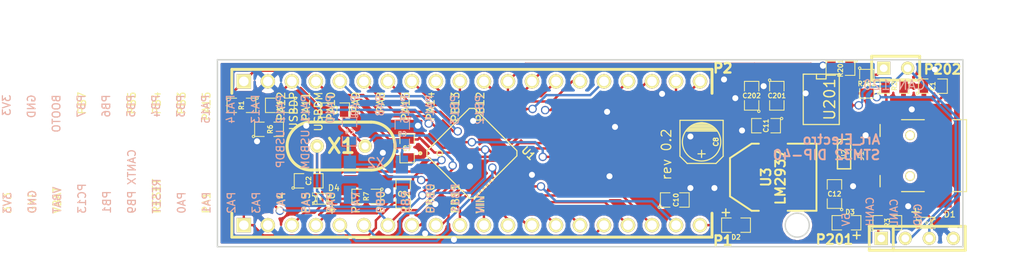
<source format=kicad_pcb>
(kicad_pcb (version 3) (host pcbnew "(2013-07-07 BZR 4022)-stable")
  (title_block (title stm8s105c4-board) (rev 2.0) (company Art_Electro) (comment 2 Art_Electro) (comment 3 Art_Electro) (comment 4 Art_Electro))
  (layers (15 F.Cu signal) (0 B.Cu signal) (18 B.Paste user) (19 F.Paste user) (20 B.SilkS user) (21 F.SilkS user) (22 B.Mask user) (23 F.Mask user) (28 Edge.Cuts user))
  (net 0 "")
  (net 1 /BOOT0)
  (net 2 "/CAN BUS/3.3V")
  (net 3 "/CAN BUS/5V")
  (net 4 "/CAN BUS/CANH")
  (net 5 "/CAN BUS/CANL")
  (net 6 "/CAN BUS/CAN_RX")
  (net 7 "/CAN BUS/CAN_TX")
  (net 8 /D+)
  (net 9 /D-)
  (net 10 /PA0)
  (net 11 /PA1)
  (net 12 /PA10)
  (net 13 /PA11_USBDM)
  (net 14 /PA12_USBDP)
  (net 15 /PA13)
  (net 16 /PA14)
  (net 17 /PA15)
  (net 18 /PA2)
  (net 19 /PA3)
  (net 20 /PA4)
  (net 21 /PA5)
  (net 22 /PA6)
  (net 23 /PA7)
  (net 24 /PA8)
  (net 25 /PA9)
  (net 26 /PB0)
  (net 27 /PB1)
  (net 28 /PB10)
  (net 29 /PB11)
  (net 30 /PB12)
  (net 31 /PB13)
  (net 32 /PB14)
  (net 33 /PB15)
  (net 34 /PB2)
  (net 35 /PB3)
  (net 36 /PB4)
  (net 37 /PB5)
  (net 38 /PB6)
  (net 39 /PB7)
  (net 40 /PC13)
  (net 41 /PC14_OSC32_IN)
  (net 42 /PC15_OSC32_OUT)
  (net 43 /PD0)
  (net 44 /PD1)
  (net 45 /Reset)
  (net 46 /VBAT)
  (net 47 /VIN)
  (net 48 GND)
  (net 49 N-0000016)
  (net 50 N-0000025)
  (net 51 N-0000030)
  (net 52 N-0000031)
  (net 53 N-0000054)
  (net 54 N-0000055)
  (module PIN_ARRAY_20X1 (layer F.Cu) (at 136.398 96.52)
    (fp_text reference P1 (at 26.543 1.651) (layer F.SilkS) (effects (font (size 1.016 1.016) (thickness 0.254))))
    (fp_text value CONN_20 hide)
    (pad 1 thru_hole rect (at -24.13 0) (size 1.524 1.524) (drill 1.016) (layers *.Cu *.Mask F.SilkS) (net 2 "/CAN BUS/3.3V"))
    (pad 6 thru_hole circle (at -11.43 0) (size 1.524 1.524) (drill 1.016) (layers *.Cu *.Mask F.SilkS) (net 7 "/CAN BUS/CAN_TX"))
    (pad 7 thru_hole circle (at -8.89 0) (size 1.524 1.524) (drill 1.016) (layers *.Cu *.Mask F.SilkS) (net 45 /Reset))
    (pad 8 thru_hole circle (at -6.35 0) (size 1.524 1.524) (drill 1.016) (layers *.Cu *.Mask F.SilkS) (net 10 /PA0))
    (pad 9 thru_hole circle (at -3.81 0) (size 1.524 1.524) (drill 1.016) (layers *.Cu *.Mask F.SilkS) (net 11 /PA1))
    (pad 10 thru_hole circle (at -1.27 0) (size 1.524 1.524) (drill 1.016) (layers *.Cu *.Mask F.SilkS) (net 18 /PA2))
    (pad 11 thru_hole circle (at 1.27 0) (size 1.524 1.524) (drill 1.016) (layers *.Cu *.Mask F.SilkS) (net 19 /PA3))
    (pad 12 thru_hole circle (at 3.81 0) (size 1.524 1.524) (drill 1.016) (layers *.Cu *.Mask F.SilkS) (net 20 /PA4))
    (pad 13 thru_hole circle (at 6.35 0) (size 1.524 1.524) (drill 1.016) (layers *.Cu *.Mask F.SilkS) (net 21 /PA5))
    (pad 14 thru_hole circle (at 8.89 0) (size 1.524 1.524) (drill 1.016) (layers *.Cu *.Mask F.SilkS) (net 22 /PA6))
    (pad 15 thru_hole circle (at 11.43 0) (size 1.524 1.524) (drill 1.016) (layers *.Cu *.Mask F.SilkS) (net 23 /PA7))
    (pad 16 thru_hole circle (at 13.97 0) (size 1.524 1.524) (drill 1.016) (layers *.Cu *.Mask F.SilkS) (net 26 /PB0))
    (pad 17 thru_hole circle (at 16.51 0) (size 1.524 1.524) (drill 1.016) (layers *.Cu *.Mask F.SilkS) (net 34 /PB2))
    (pad 18 thru_hole circle (at 19.05 0) (size 1.524 1.524) (drill 1.016) (layers *.Cu *.Mask F.SilkS) (net 28 /PB10))
    (pad 19 thru_hole circle (at 21.59 0) (size 1.524 1.524) (drill 1.016) (layers *.Cu *.Mask F.SilkS) (net 29 /PB11))
    (pad 2 thru_hole circle (at -21.59 0) (size 1.524 1.524) (drill 1.016) (layers *.Cu *.Mask F.SilkS) (net 48 GND))
    (pad 3 thru_hole circle (at -19.05 0) (size 1.524 1.524) (drill 1.016) (layers *.Cu *.Mask F.SilkS) (net 46 /VBAT))
    (pad 4 thru_hole circle (at -16.51 0) (size 1.524 1.524) (drill 1.016) (layers *.Cu *.Mask F.SilkS) (net 40 /PC13))
    (pad 5 thru_hole circle (at -13.97 0) (size 1.524 1.524) (drill 1.016) (layers *.Cu *.Mask F.SilkS) (net 27 /PB1))
    (pad 20 thru_hole circle (at 24.13 0) (size 1.524 1.524) (drill 1.016) (layers *.Cu *.Mask F.SilkS) (net 47 /VIN))
  )
  (module PIN_ARRAY_20X1 (layer F.Cu) (at 136.398 81.28)
    (fp_text reference P2 (at 26.543 -1.397) (layer F.SilkS) (effects (font (size 1.016 1.016) (thickness 0.254))))
    (fp_text value CONN_20 hide)
    (pad 1 thru_hole rect (at -24.13 0) (size 1.524 1.524) (drill 1.016) (layers *.Cu *.Mask F.SilkS) (net 2 "/CAN BUS/3.3V"))
    (pad 6 thru_hole circle (at -11.43 0) (size 1.524 1.524) (drill 1.016) (layers *.Cu *.Mask F.SilkS) (net 37 /PB5))
    (pad 7 thru_hole circle (at -8.89 0) (size 1.524 1.524) (drill 1.016) (layers *.Cu *.Mask F.SilkS) (net 36 /PB4))
    (pad 8 thru_hole circle (at -6.35 0) (size 1.524 1.524) (drill 1.016) (layers *.Cu *.Mask F.SilkS) (net 35 /PB3))
    (pad 9 thru_hole circle (at -3.81 0) (size 1.524 1.524) (drill 1.016) (layers *.Cu *.Mask F.SilkS) (net 17 /PA15))
    (pad 10 thru_hole circle (at -1.27 0) (size 1.524 1.524) (drill 1.016) (layers *.Cu *.Mask F.SilkS) (net 16 /PA14))
    (pad 11 thru_hole circle (at 1.27 0) (size 1.524 1.524) (drill 1.016) (layers *.Cu *.Mask F.SilkS) (net 15 /PA13))
    (pad 12 thru_hole circle (at 3.81 0) (size 1.524 1.524) (drill 1.016) (layers *.Cu *.Mask F.SilkS) (net 14 /PA12_USBDP))
    (pad 13 thru_hole circle (at 6.35 0) (size 1.524 1.524) (drill 1.016) (layers *.Cu *.Mask F.SilkS) (net 13 /PA11_USBDM))
    (pad 14 thru_hole circle (at 8.89 0) (size 1.524 1.524) (drill 1.016) (layers *.Cu *.Mask F.SilkS) (net 12 /PA10))
    (pad 15 thru_hole circle (at 11.43 0) (size 1.524 1.524) (drill 1.016) (layers *.Cu *.Mask F.SilkS) (net 25 /PA9))
    (pad 16 thru_hole circle (at 13.97 0) (size 1.524 1.524) (drill 1.016) (layers *.Cu *.Mask F.SilkS) (net 24 /PA8))
    (pad 17 thru_hole circle (at 16.51 0) (size 1.524 1.524) (drill 1.016) (layers *.Cu *.Mask F.SilkS) (net 33 /PB15))
    (pad 18 thru_hole circle (at 19.05 0) (size 1.524 1.524) (drill 1.016) (layers *.Cu *.Mask F.SilkS) (net 32 /PB14))
    (pad 19 thru_hole circle (at 21.59 0) (size 1.524 1.524) (drill 1.016) (layers *.Cu *.Mask F.SilkS) (net 31 /PB13))
    (pad 2 thru_hole circle (at -21.59 0) (size 1.524 1.524) (drill 1.016) (layers *.Cu *.Mask F.SilkS) (net 48 GND))
    (pad 3 thru_hole circle (at -19.05 0) (size 1.524 1.524) (drill 1.016) (layers *.Cu *.Mask F.SilkS) (net 1 /BOOT0))
    (pad 4 thru_hole circle (at -16.51 0) (size 1.524 1.524) (drill 1.016) (layers *.Cu *.Mask F.SilkS) (net 39 /PB7))
    (pad 5 thru_hole circle (at -13.97 0) (size 1.524 1.524) (drill 1.016) (layers *.Cu *.Mask F.SilkS) (net 38 /PB6))
    (pad 20 thru_hole circle (at 24.13 0) (size 1.524 1.524) (drill 1.016) (layers *.Cu *.Mask F.SilkS) (net 30 /PB12))
  )
  (module SM0805 (layer F.Cu) (at 185.166 81.788)
    (fp_text reference C1 (at 0 0 90) (layer F.SilkS) (effects (font (size 0.50038 0.50038) (thickness 0.10922))))
    (fp_text value 4700pF hide)
    (pad 1 smd rect (at -0.9525 0) (size 0.889 1.397) (layers F.Cu F.Paste F.Mask) (net 48 GND))
    (pad 2 smd rect (at 0.9525 0) (size 0.889 1.397) (layers F.Cu F.Paste F.Mask) (net 52 N-0000031))
  )
  (module SM0805 (layer B.Cu) (at 123.444 86.614 270)
    (fp_text reference C4 (at 0 0 360) (layer B.SilkS) (effects (font (size 0.50038 0.50038) (thickness 0.10922)) (justify mirror)))
    (fp_text value 18pF hide)
    (pad 1 smd rect (at -0.9525 0 270) (size 0.889 1.397) (layers B.Cu B.Paste B.Mask) (net 48 GND))
    (pad 2 smd rect (at 0.9525 0 270) (size 0.889 1.397) (layers B.Cu B.Paste B.Mask) (net 42 /PC15_OSC32_OUT))
  )
  (module SM0805 (layer F.Cu) (at 119.126 91.821)
    (fp_text reference C2 (at 0 0 90) (layer F.SilkS) (effects (font (size 0.50038 0.50038) (thickness 0.10922))))
    (fp_text value 18pF hide)
    (pad 1 smd rect (at -0.9525 0) (size 0.889 1.397) (layers F.Cu F.Paste F.Mask) (net 48 GND))
    (pad 2 smd rect (at 0.9525 0) (size 0.889 1.397) (layers F.Cu F.Paste F.Mask) (net 43 /PD0))
  )
  (module SM0805 (layer F.Cu) (at 112.014 83.82 180)
    (fp_text reference R1 (at 0 0 270) (layer F.SilkS) (effects (font (size 0.50038 0.50038) (thickness 0.10922))))
    (fp_text value 1k hide)
    (pad 1 smd rect (at -0.9525 0 180) (size 0.889 1.397) (layers F.Cu F.Paste F.Mask) (net 45 /Reset))
    (pad 2 smd rect (at 0.9525 0 180) (size 0.889 1.397) (layers F.Cu F.Paste F.Mask) (net 2 "/CAN BUS/3.3V"))
  )
  (module SM0805 (layer F.Cu) (at 121.92 84.328)
    (fp_text reference C3 (at 0 0 90) (layer F.SilkS) (effects (font (size 0.50038 0.50038) (thickness 0.10922))))
    (fp_text value 18pF hide)
    (pad 1 smd rect (at -0.9525 0) (size 0.889 1.397) (layers F.Cu F.Paste F.Mask) (net 48 GND))
    (pad 2 smd rect (at 0.9525 0) (size 0.889 1.397) (layers F.Cu F.Paste F.Mask) (net 44 /PD1))
  )
  (module SM0805 (layer B.Cu) (at 129.032 86.868 270)
    (fp_text reference C5 (at 0 0 360) (layer B.SilkS) (effects (font (size 0.50038 0.50038) (thickness 0.10922)) (justify mirror)))
    (fp_text value 18pF hide)
    (pad 1 smd rect (at -0.9525 0 270) (size 0.889 1.397) (layers B.Cu B.Paste B.Mask) (net 48 GND))
    (pad 2 smd rect (at 0.9525 0 270) (size 0.889 1.397) (layers B.Cu B.Paste B.Mask) (net 41 /PC14_OSC32_IN))
  )
  (module SM0805 (layer F.Cu) (at 116.078 83.82 180)
    (fp_text reference C6 (at 0 0 270) (layer F.SilkS) (effects (font (size 0.50038 0.50038) (thickness 0.10922))))
    (fp_text value 100nF hide)
    (pad 1 smd rect (at -0.9525 0 180) (size 0.889 1.397) (layers F.Cu F.Paste F.Mask) (net 48 GND))
    (pad 2 smd rect (at 0.9525 0 180) (size 0.889 1.397) (layers F.Cu F.Paste F.Mask) (net 45 /Reset))
  )
  (module SM0805 (layer F.Cu) (at 129.54 88.392 270)
    (fp_text reference C7 (at 0 0 360) (layer F.SilkS) (effects (font (size 0.50038 0.50038) (thickness 0.10922))))
    (fp_text value 1uF hide)
    (pad 1 smd rect (at -0.9525 0 270) (size 0.889 1.397) (layers F.Cu F.Paste F.Mask) (net 2 "/CAN BUS/3.3V"))
    (pad 2 smd rect (at 0.9525 0 270) (size 0.889 1.397) (layers F.Cu F.Paste F.Mask) (net 48 GND))
  )
  (module HC-49V (layer F.Cu) (at 122.555 88.138)
    (fp_text reference X1 (at 0 0) (layer F.SilkS) (effects (font (size 1.524 1.524) (thickness 0.3048))))
    (fp_text value 8MHz hide)
    (pad 1 thru_hole circle (at -2.54 0) (size 1.4224 1.4224) (drill 0.762) (layers *.Cu *.Mask F.SilkS) (net 43 /PD0))
    (pad 2 thru_hole circle (at 2.54 0) (size 1.4224 1.4224) (drill 0.762) (layers *.Cu *.Mask F.SilkS) (net 44 /PD1))
  )
  (module SOT223 (layer F.Cu) (at 168.275 91.44 90)
    (fp_text reference U3 (at 0 -0.762 90) (layer F.SilkS) (effects (font (size 1.016 1.016) (thickness 0.2032))))
    (fp_text value LM2937 (at 0 0.762 90) (layer F.SilkS) (effects (font (size 1.016 1.016) (thickness 0.2032))))
    (pad 4 smd rect (at 0 -3.302 90) (size 3.6576 2.032) (layers F.Cu F.Paste F.Mask) (net 48 GND))
    (pad 2 smd rect (at 0 3.302 90) (size 1.016 2.032) (layers F.Cu F.Paste F.Mask) (net 48 GND))
    (pad 3 smd rect (at 2.286 3.302 90) (size 1.016 2.032) (layers F.Cu F.Paste F.Mask) (net 2 "/CAN BUS/3.3V"))
    (pad 1 smd rect (at -2.286 3.302 90) (size 1.016 2.032) (layers F.Cu F.Paste F.Mask) (net 49 N-0000016))
  )
  (module SOT-457 (layer F.Cu) (at 175.768 89.027 270)
    (fp_text reference U2 (at 0 0 270) (layer F.SilkS) (effects (font (size 0.50038 0.50038) (thickness 0.10922))))
    (fp_text value NUF2101MT1G hide)
    (pad 1 smd rect (at -0.95 1.2 270) (size 0.7 1) (layers F.Cu F.Paste F.Mask) (net 14 /PA12_USBDP))
    (pad 2 smd rect (at 0 1.2 270) (size 0.7 1) (layers F.Cu F.Paste F.Mask) (net 48 GND))
    (pad 3 smd rect (at 0.95 1.2 270) (size 0.7 1) (layers F.Cu F.Paste F.Mask) (net 13 /PA11_USBDM))
    (pad 4 smd rect (at 0.95 -1.2 270) (size 0.7 1) (layers F.Cu F.Paste F.Mask) (net 9 /D-))
    (pad 5 smd rect (at 0 -1.2 270) (size 0.7 1) (layers F.Cu F.Paste F.Mask) (net 3 "/CAN BUS/5V"))
    (pad 6 smd rect (at -0.95 -1.2 270) (size 0.7 1) (layers F.Cu F.Paste F.Mask) (net 8 /D+))
  )
  (module SM0805-diode (layer F.Cu) (at 176.022 96.266 180)
    (fp_text reference D3 (at -0.381 1.143 180) (layer F.SilkS) (effects (font (size 0.50038 0.50038) (thickness 0.10922))))
    (fp_text value DIODESCH hide)
    (pad 1 smd rect (at -0.9525 0 180) (size 0.889 1.397) (layers F.Cu F.Paste F.Mask) (net 3 "/CAN BUS/5V"))
    (pad 2 smd rect (at 0.9525 0 180) (size 0.889 1.397) (layers F.Cu F.Paste F.Mask) (net 49 N-0000016))
  )
  (module SM0805-diode (layer F.Cu) (at 164.338 96.52)
    (fp_text reference D2 (at 0 1.27) (layer F.SilkS) (effects (font (size 0.50038 0.50038) (thickness 0.10922))))
    (fp_text value DIODESCH hide)
    (pad 1 smd rect (at -0.9525 0) (size 0.889 1.397) (layers F.Cu F.Paste F.Mask) (net 47 /VIN))
    (pad 2 smd rect (at 0.9525 0) (size 0.889 1.397) (layers F.Cu F.Paste F.Mask) (net 49 N-0000016))
  )
  (module SM0805 (layer F.Cu) (at 180.34 96.266)
    (fp_text reference R3 (at 0 0 90) (layer F.SilkS) (effects (font (size 0.50038 0.50038) (thickness 0.10922))))
    (fp_text value 1k hide)
    (pad 1 smd rect (at -0.9525 0) (size 0.889 1.397) (layers F.Cu F.Paste F.Mask) (net 3 "/CAN BUS/5V"))
    (pad 2 smd rect (at 0.9525 0) (size 0.889 1.397) (layers F.Cu F.Paste F.Mask) (net 51 N-0000030))
  )
  (module SM0805 (layer F.Cu) (at 174.752 93.218 90)
    (fp_text reference C12 (at 0 0 180) (layer F.SilkS) (effects (font (size 0.50038 0.50038) (thickness 0.10922))))
    (fp_text value 10uF hide)
    (pad 1 smd rect (at -0.9525 0 90) (size 0.889 1.397) (layers F.Cu F.Paste F.Mask) (net 49 N-0000016))
    (pad 2 smd rect (at 0.9525 0 90) (size 0.889 1.397) (layers F.Cu F.Paste F.Mask) (net 48 GND))
  )
  (module SM0805 (layer F.Cu) (at 125.222 93.472 180)
    (fp_text reference R7 (at 0 0 270) (layer F.SilkS) (effects (font (size 0.50038 0.50038) (thickness 0.10922))))
    (fp_text value 1k hide)
    (pad 1 smd rect (at -0.9525 0 180) (size 0.889 1.397) (layers F.Cu F.Paste F.Mask) (net 40 /PC13))
    (pad 2 smd rect (at 0.9525 0 180) (size 0.889 1.397) (layers F.Cu F.Paste F.Mask) (net 50 N-0000025))
  )
  (module SM0805 (layer F.Cu) (at 181.102 81.788)
    (fp_text reference R2 (at 0 0 90) (layer F.SilkS) (effects (font (size 0.50038 0.50038) (thickness 0.10922))))
    (fp_text value 1M hide)
    (pad 1 smd rect (at -0.9525 0) (size 0.889 1.397) (layers F.Cu F.Paste F.Mask) (net 52 N-0000031))
    (pad 2 smd rect (at 0.9525 0) (size 0.889 1.397) (layers F.Cu F.Paste F.Mask) (net 48 GND))
  )
  (module SM0805 (layer F.Cu) (at 114.935 86.36)
    (fp_text reference R6 (at 0.127 0 90) (layer F.SilkS) (effects (font (size 0.50038 0.50038) (thickness 0.10922))))
    (fp_text value 10k hide)
    (pad 1 smd rect (at -0.9525 0) (size 0.889 1.397) (layers F.Cu F.Paste F.Mask) (net 48 GND))
    (pad 2 smd rect (at 0.9525 0) (size 0.889 1.397) (layers F.Cu F.Paste F.Mask) (net 1 /BOOT0))
  )
  (module SM0805 (layer F.Cu) (at 129.125 93.204 90)
    (fp_text reference C9 (at -0.014 -0.093 180) (layer F.SilkS) (effects (font (size 0.50038 0.50038) (thickness 0.10922))))
    (fp_text value 0.1uF hide)
    (pad 1 smd rect (at -0.9525 0 90) (size 0.889 1.397) (layers F.Cu F.Paste F.Mask) (net 2 "/CAN BUS/3.3V"))
    (pad 2 smd rect (at 0.9525 0 90) (size 0.889 1.397) (layers F.Cu F.Paste F.Mask) (net 48 GND))
  )
  (module SM0805 (layer F.Cu) (at 167.513 85.979 180)
    (fp_text reference C11 (at 0 0 270) (layer F.SilkS) (effects (font (size 0.50038 0.50038) (thickness 0.10922))))
    (fp_text value 1uF hide)
    (pad 1 smd rect (at -0.9525 0 180) (size 0.889 1.397) (layers F.Cu F.Paste F.Mask) (net 2 "/CAN BUS/3.3V"))
    (pad 2 smd rect (at 0.9525 0 180) (size 0.889 1.397) (layers F.Cu F.Paste F.Mask) (net 48 GND))
  )
  (module SM0805 (layer F.Cu) (at 157.861 93.853)
    (fp_text reference C10 (at 0.127 0 90) (layer F.SilkS) (effects (font (size 0.50038 0.50038) (thickness 0.10922))))
    (fp_text value 1uF hide)
    (pad 1 smd rect (at -0.9525 0) (size 0.889 1.397) (layers F.Cu F.Paste F.Mask) (net 2 "/CAN BUS/3.3V"))
    (pad 2 smd rect (at 0.9525 0) (size 0.889 1.397) (layers F.Cu F.Paste F.Mask) (net 48 GND))
  )
  (module MINI-USB-5P-3400020P1 (layer F.Cu) (at 184.15 89.154 90)
    (fp_text reference J1 (at 0 -6.604 90) (layer F.SilkS) (effects (font (size 0.635 0.635) (thickness 0.0889))))
    (fp_text value MINI-USB hide)
    (pad 1 smd rect (at -1.6 -4.191 90) (size 0.508 2.54) (layers F.Cu F.Paste F.Mask) (net 3 "/CAN BUS/5V"))
    (pad 2 smd rect (at -0.8 -4.191 90) (size 0.508 2.54) (layers F.Cu F.Paste F.Mask) (net 9 /D-))
    (pad 3 smd rect (at 0 -4.191 90) (size 0.508 2.54) (layers F.Cu F.Paste F.Mask) (net 8 /D+))
    (pad 4 smd rect (at 0.8 -4.191 90) (size 0.508 2.54) (layers F.Cu F.Paste F.Mask))
    (pad 5 smd rect (at 1.6 -4.191 90) (size 0.508 2.54) (layers F.Cu F.Paste F.Mask) (net 48 GND))
    (pad 6 smd rect (at -4.5 1.603 180) (size 2.794 2) (layers F.Cu F.Paste F.Mask) (net 52 N-0000031))
    (pad 6 smd rect (at 4.5 1.603 180) (size 2.794 2) (layers F.Cu F.Paste F.Mask) (net 52 N-0000031))
    (pad 6 smd rect (at -4.5 -3.897 180) (size 2.794 2) (layers F.Cu F.Paste F.Mask) (net 52 N-0000031))
    (pad 6 smd rect (at 4.5 -3.897 180) (size 2.794 2) (layers F.Cu F.Paste F.Mask) (net 52 N-0000031))
    (pad "" thru_hole circle (at -2.159 -1.397 180) (size 1.016 1.016) (drill 0.762) (layers *.Cu *.Mask F.SilkS))
    (pad "" thru_hole circle (at 2.159 -1.397 180) (size 1.016 1.016) (drill 0.762) (layers *.Cu *.Mask F.SilkS))
  )
  (module MC-306 (layer B.Cu) (at 126.238 91.694)
    (fp_text reference X2 (at 0 -1.778) (layer B.SilkS) (effects (justify mirror)))
    (fp_text value 32768KHz hide)
    (pad 1 smd rect (at -2.75 -1.6) (size 1.3 1.9) (layers B.Cu B.Paste B.Mask) (net 42 /PC15_OSC32_OUT))
    (pad 2 smd rect (at 2.75 -1.6) (size 1.3 1.9) (layers B.Cu B.Paste B.Mask) (net 41 /PC14_OSC32_IN))
    (pad 3 smd rect (at 2.75 1.6) (size 1.3 1.9) (layers B.Cu B.Paste B.Mask))
    (pad 4 smd rect (at -2.75 1.6) (size 1.3 1.9) (layers B.Cu B.Paste B.Mask))
  )
  (module LED-0805_A (layer F.Cu) (at 120.523 93.726 180)
    (fp_text reference D4 (at -1.27 1.143 180) (layer F.SilkS) (effects (font (size 0.635 0.635) (thickness 0.10922))))
    (fp_text value BLUE hide)
    (pad 1 smd rect (at -1.04902 0 180) (size 1.19888 1.19888) (layers F.Cu F.Paste F.Mask) (net 50 N-0000025))
    (pad 2 smd rect (at 1.04902 0 180) (size 1.19888 1.19888) (layers F.Cu F.Paste F.Mask) (net 48 GND))
  )
  (module LED-0805_A (layer F.Cu) (at 184.404 96.266)
    (fp_text reference D1 (at 2.54 -0.889) (layer F.SilkS) (effects (font (size 0.635 0.635) (thickness 0.10922))))
    (fp_text value GREEN hide)
    (pad 1 smd rect (at -1.04902 0) (size 1.19888 1.19888) (layers F.Cu F.Paste F.Mask) (net 51 N-0000030))
    (pad 2 smd rect (at 1.04902 0) (size 1.19888 1.19888) (layers F.Cu F.Paste F.Mask) (net 48 GND))
  )
  (module CP_elec_4x5.3 (layer F.Cu) (at 160.693 87.6931 270)
    (fp_text reference C8 (at 0 -1.524 270) (layer F.SilkS) (effects (font (size 0.50038 0.50038) (thickness 0.11938))))
    (fp_text value 47uF hide)
    (pad 1 smd rect (at 1.80086 0 270) (size 2.60096 1.6002) (layers F.Cu F.Paste F.Mask) (net 2 "/CAN BUS/3.3V"))
    (pad 2 smd rect (at -1.80086 0 270) (size 2.60096 1.6002) (layers F.Cu F.Paste F.Mask) (net 48 GND))
  )
  (module lqfp48 (layer F.Cu) (at 136.398 88.9 315)
    (fp_text reference U1 (at 4.22072 -4.22072 315) (layer F.SilkS) (effects (font (size 0.7493 0.7493) (thickness 0.14986))))
    (fp_text value STM32F103C8 hide)
    (pad 4 smd rect (at -1.24968 4.09956 315) (size 0.29972 1.30048) (layers F.Cu F.Paste F.Mask) (net 42 /PC15_OSC32_OUT))
    (pad 5 smd rect (at -0.7493 4.09956 315) (size 0.29972 1.30048) (layers F.Cu F.Paste F.Mask) (net 43 /PD0))
    (pad 6 smd rect (at -0.24892 4.09956 315) (size 0.29972 1.30048) (layers F.Cu F.Paste F.Mask) (net 44 /PD1))
    (pad 7 smd rect (at 0.24892 4.09956 315) (size 0.29972 1.30048) (layers F.Cu F.Paste F.Mask) (net 45 /Reset))
    (pad 8 smd rect (at 0.7493 4.09956 315) (size 0.29972 1.30048) (layers F.Cu F.Paste F.Mask) (net 48 GND))
    (pad 1 smd rect (at -2.75082 4.09956 315) (size 0.29972 1.30048) (layers F.Cu F.Paste F.Mask) (net 46 /VBAT))
    (pad 2 smd rect (at -2.25044 4.09956 315) (size 0.29972 1.30048) (layers F.Cu F.Paste F.Mask) (net 40 /PC13))
    (pad 3 smd rect (at -1.75006 4.09956 315) (size 0.29972 1.30048) (layers F.Cu F.Paste F.Mask) (net 41 /PC14_OSC32_IN))
    (pad 13 smd rect (at 4.09956 2.75082 315) (size 1.30048 0.29972) (layers F.Cu F.Paste F.Mask) (net 19 /PA3))
    (pad 14 smd rect (at 4.09956 2.25044 315) (size 1.30048 0.29972) (layers F.Cu F.Paste F.Mask) (net 20 /PA4))
    (pad 15 smd rect (at 4.09956 1.75006 315) (size 1.30048 0.29972) (layers F.Cu F.Paste F.Mask) (net 21 /PA5))
    (pad 16 smd rect (at 4.09956 1.24968 315) (size 1.30048 0.29972) (layers F.Cu F.Paste F.Mask) (net 22 /PA6))
    (pad 17 smd rect (at 4.09956 0.7493 315) (size 1.30048 0.29972) (layers F.Cu F.Paste F.Mask) (net 23 /PA7))
    (pad 18 smd rect (at 4.09956 0.24892 315) (size 1.30048 0.29972) (layers F.Cu F.Paste F.Mask) (net 26 /PB0))
    (pad 19 smd rect (at 4.09956 -0.24892 315) (size 1.30048 0.29972) (layers F.Cu F.Paste F.Mask) (net 27 /PB1))
    (pad 20 smd rect (at 4.09956 -0.7493 315) (size 1.30048 0.29972) (layers F.Cu F.Paste F.Mask) (net 34 /PB2))
    (pad 25 smd rect (at 2.75082 -4.09956 315) (size 0.29972 1.30048) (layers F.Cu F.Paste F.Mask) (net 30 /PB12))
    (pad 26 smd rect (at 2.25044 -4.09956 315) (size 0.29972 1.30048) (layers F.Cu F.Paste F.Mask) (net 31 /PB13))
    (pad 27 smd rect (at 1.75006 -4.09956 315) (size 0.29972 1.30048) (layers F.Cu F.Paste F.Mask) (net 32 /PB14))
    (pad 28 smd rect (at 1.24968 -4.09956 315) (size 0.29972 1.30048) (layers F.Cu F.Paste F.Mask) (net 33 /PB15))
    (pad 29 smd rect (at 0.7493 -4.09956 315) (size 0.29972 1.30048) (layers F.Cu F.Paste F.Mask) (net 24 /PA8))
    (pad 30 smd rect (at 0.24892 -4.09956 315) (size 0.29972 1.30048) (layers F.Cu F.Paste F.Mask) (net 25 /PA9))
    (pad 31 smd rect (at -0.24892 -4.09956 315) (size 0.29972 1.30048) (layers F.Cu F.Paste F.Mask) (net 12 /PA10))
    (pad 32 smd rect (at -0.7493 -4.09956 315) (size 0.29972 1.30048) (layers F.Cu F.Paste F.Mask) (net 13 /PA11_USBDM))
    (pad 37 smd rect (at -4.09956 -2.75082 315) (size 1.30048 0.29972) (layers F.Cu F.Paste F.Mask) (net 16 /PA14))
    (pad 38 smd rect (at -4.09956 -2.25044 315) (size 1.30048 0.29972) (layers F.Cu F.Paste F.Mask) (net 17 /PA15))
    (pad 39 smd rect (at -4.09956 -1.75006 315) (size 1.30048 0.29972) (layers F.Cu F.Paste F.Mask) (net 35 /PB3))
    (pad 40 smd rect (at -4.09956 -1.24968 315) (size 1.30048 0.29972) (layers F.Cu F.Paste F.Mask) (net 36 /PB4))
    (pad 41 smd rect (at -4.09956 -0.7493 315) (size 1.30048 0.29972) (layers F.Cu F.Paste F.Mask) (net 37 /PB5))
    (pad 42 smd rect (at -4.09956 -0.24892 315) (size 1.30048 0.29972) (layers F.Cu F.Paste F.Mask) (net 38 /PB6))
    (pad 43 smd rect (at -4.09956 0.24892 315) (size 1.30048 0.29972) (layers F.Cu F.Paste F.Mask) (net 39 /PB7))
    (pad 44 smd rect (at -4.09956 0.7493 315) (size 1.30048 0.29972) (layers F.Cu F.Paste F.Mask) (net 1 /BOOT0))
    (pad 9 smd rect (at 1.24968 4.09956 315) (size 0.29972 1.30048) (layers F.Cu F.Paste F.Mask) (net 2 "/CAN BUS/3.3V"))
    (pad 10 smd rect (at 1.75006 4.09956 315) (size 0.29972 1.30048) (layers F.Cu F.Paste F.Mask) (net 10 /PA0))
    (pad 11 smd rect (at 2.25044 4.09956 315) (size 0.29972 1.30048) (layers F.Cu F.Paste F.Mask) (net 11 /PA1))
    (pad 12 smd rect (at 2.75082 4.09956 315) (size 0.29972 1.30048) (layers F.Cu F.Paste F.Mask) (net 18 /PA2))
    (pad 21 smd rect (at 4.09956 -1.24968 315) (size 1.30048 0.29972) (layers F.Cu F.Paste F.Mask) (net 28 /PB10))
    (pad 22 smd rect (at 4.09956 -1.75006 315) (size 1.30048 0.29972) (layers F.Cu F.Paste F.Mask) (net 29 /PB11))
    (pad 23 smd rect (at 4.09956 -2.25044 315) (size 1.30048 0.29972) (layers F.Cu F.Paste F.Mask) (net 48 GND))
    (pad 24 smd rect (at 4.09956 -2.75082 315) (size 1.30048 0.29972) (layers F.Cu F.Paste F.Mask) (net 2 "/CAN BUS/3.3V"))
    (pad 33 smd rect (at -1.24968 -4.09956 315) (size 0.29972 1.30048) (layers F.Cu F.Paste F.Mask) (net 14 /PA12_USBDP))
    (pad 34 smd rect (at -1.75006 -4.09956 315) (size 0.29972 1.30048) (layers F.Cu F.Paste F.Mask) (net 15 /PA13))
    (pad 35 smd rect (at -2.25044 -4.09956 315) (size 0.29972 1.30048) (layers F.Cu F.Paste F.Mask) (net 48 GND))
    (pad 36 smd rect (at -2.75082 -4.09956 315) (size 0.29972 1.30048) (layers F.Cu F.Paste F.Mask) (net 2 "/CAN BUS/3.3V"))
    (pad 45 smd rect (at -4.09956 1.24968 315) (size 1.30048 0.29972) (layers F.Cu F.Paste F.Mask) (net 6 "/CAN BUS/CAN_RX"))
    (pad 46 smd rect (at -4.09956 1.75006 315) (size 1.30048 0.29972) (layers F.Cu F.Paste F.Mask) (net 7 "/CAN BUS/CAN_TX"))
    (pad 47 smd rect (at -4.09956 2.25044 315) (size 1.30048 0.29972) (layers F.Cu F.Paste F.Mask) (net 48 GND))
    (pad 48 smd rect (at -4.09956 2.75082 315) (size 1.30048 0.29972) (layers F.Cu F.Paste F.Mask) (net 2 "/CAN BUS/3.3V"))
  )
  (module SO8E (layer F.Cu) (at 173.355 83.185 270)
    (fp_text reference U201 (at 0 -0.889 270) (layer F.SilkS) (effects (font (size 1.143 1.143) (thickness 0.1524))))
    (fp_text value SN65HVD230 hide)
    (pad 8 smd rect (at -1.905 -2.667 270) (size 0.59944 1.39954) (layers F.Cu F.Paste F.Mask) (net 54 N-0000055))
    (pad 1 smd rect (at -1.905 2.667 270) (size 0.59944 1.39954) (layers F.Cu F.Paste F.Mask) (net 7 "/CAN BUS/CAN_TX"))
    (pad 7 smd rect (at -0.635 -2.667 270) (size 0.59944 1.39954) (layers F.Cu F.Paste F.Mask) (net 4 "/CAN BUS/CANH"))
    (pad 6 smd rect (at 0.635 -2.667 270) (size 0.59944 1.39954) (layers F.Cu F.Paste F.Mask) (net 5 "/CAN BUS/CANL"))
    (pad 5 smd rect (at 1.905 -2.667 270) (size 0.59944 1.39954) (layers F.Cu F.Paste F.Mask))
    (pad 2 smd rect (at -0.635 2.667 270) (size 0.59944 1.39954) (layers F.Cu F.Paste F.Mask) (net 48 GND))
    (pad 3 smd rect (at 0.635 2.667 270) (size 0.59944 1.39954) (layers F.Cu F.Paste F.Mask) (net 2 "/CAN BUS/3.3V"))
    (pad 4 smd rect (at 1.905 2.667 270) (size 0.59944 1.39954) (layers F.Cu F.Paste F.Mask) (net 6 "/CAN BUS/CAN_RX"))
  )
  (module SM0805 (layer F.Cu) (at 165.989 82.804 90)
    (fp_text reference C202 (at 0 0 180) (layer F.SilkS) (effects (font (size 0.50038 0.50038) (thickness 0.10922))))
    (fp_text value 4.7uF hide)
    (pad 1 smd rect (at -0.9525 0 90) (size 0.889 1.397) (layers F.Cu F.Paste F.Mask) (net 2 "/CAN BUS/3.3V"))
    (pad 2 smd rect (at 0.9525 0 90) (size 0.889 1.397) (layers F.Cu F.Paste F.Mask) (net 48 GND))
  )
  (module SM0805 (layer F.Cu) (at 168.656 82.804 270)
    (fp_text reference C201 (at 0 0 360) (layer F.SilkS) (effects (font (size 0.50038 0.50038) (thickness 0.10922))))
    (fp_text value 0.1uF hide)
    (pad 1 smd rect (at -0.9525 0 270) (size 0.889 1.397) (layers F.Cu F.Paste F.Mask) (net 48 GND))
    (pad 2 smd rect (at 0.9525 0 270) (size 0.889 1.397) (layers F.Cu F.Paste F.Mask) (net 2 "/CAN BUS/3.3V"))
  )
  (module SM0805 (layer F.Cu) (at 175.387 79.883 180)
    (fp_text reference R201 (at 0 0 270) (layer F.SilkS) (effects (font (size 0.50038 0.50038) (thickness 0.10922))))
    (fp_text value 10k hide)
    (pad 1 smd rect (at -0.9525 0 180) (size 0.889 1.397) (layers F.Cu F.Paste F.Mask) (net 54 N-0000055))
    (pad 2 smd rect (at 0.9525 0 180) (size 0.889 1.397) (layers F.Cu F.Paste F.Mask) (net 48 GND))
  )
  (module SM0805 (layer F.Cu) (at 178.181 81.534 270)
    (fp_text reference R202 (at 0 0 360) (layer F.SilkS) (effects (font (size 0.50038 0.50038) (thickness 0.10922))))
    (fp_text value 120 hide)
    (pad 1 smd rect (at -0.9525 0 270) (size 0.889 1.397) (layers F.Cu F.Paste F.Mask) (net 53 N-0000054))
    (pad 2 smd rect (at 0.9525 0 270) (size 0.889 1.397) (layers F.Cu F.Paste F.Mask) (net 4 "/CAN BUS/CANH"))
  )
  (module SIL-4 (layer F.Cu) (at 183.515 97.917)
    (fp_text reference P201 (at -8.763 0.127) (layer F.SilkS) (effects (font (size 1.016 1.016) (thickness 0.2286))))
    (fp_text value CONN_4 hide)
    (pad 1 thru_hole rect (at -3.81 0) (size 1.397 1.397) (drill 0.8128) (layers *.Cu *.Mask F.SilkS) (net 3 "/CAN BUS/5V"))
    (pad 2 thru_hole circle (at -1.27 0) (size 1.397 1.397) (drill 0.8128) (layers *.Cu *.Mask F.SilkS) (net 4 "/CAN BUS/CANH"))
    (pad 3 thru_hole circle (at 1.27 0) (size 1.397 1.397) (drill 0.8128) (layers *.Cu *.Mask F.SilkS) (net 5 "/CAN BUS/CANL"))
    (pad 4 thru_hole circle (at 3.81 0) (size 1.397 1.397) (drill 0.8128) (layers *.Cu *.Mask F.SilkS) (net 48 GND))
  )
  (module JUMPER-2 (layer F.Cu) (at 181.229 79.883)
    (fp_text reference P202 (at 4.953 0.127) (layer F.SilkS) (effects (font (size 1.016 1.016) (thickness 0.2286))))
    (fp_text value JUMPER hide)
    (pad 1 thru_hole rect (at -1.27 0) (size 1.397 1.397) (drill 0.8128) (layers *.Cu *.Mask F.SilkS) (net 53 N-0000054))
    (pad 2 thru_hole circle (at 1.27 0) (size 1.397 1.397) (drill 0.8128) (layers *.Cu *.Mask F.SilkS) (net 5 "/CAN BUS/CANL"))
  )
  (gr_text "\n\n\n\n\n\nPB7\n\n\n\nPB5\n\nPB4\n\nPB3\n\nPA15\n\n\n\n\n\nPA12\nUSBDP\nPA11\nUSBDM\nPA10\n\nPA9\n\nPA8\n\nPA15\n\nPA14\n\nPB13\n\nPB12" (at 112.268 82.296 90) (layer F.SilkS) (effects (font (size 0.81788 0.81788) (thickness 0.127)) (justify right)))
  (gr_text "3V3\n\nGND\n\nVBAT\n\n\n\n\n\n\n\nRESET\n\n\n\nPA1\n\n\n\n\n\nPA4\n\nPA5\n\nPA6\n\nPA7\n\nPB0\n\nPB2\n\nPB10\n\nPB11\n\nVIN" (at 112.268 95.377 90) (layer F.SilkS) (effects (font (size 0.81788 0.81788) (thickness 0.127)) (justify left)))
  (gr_text "3V3\n\nGND\n\nBOOTO\n\nPB7\n\nPB6\n\nPB5\n\nPB4\n\nPB3\n\nPA15\n\nPA14\n\nPA13\n\nPA12 USBDP\n\nPA11 USBDM\n\nPA10\n\nPA9\n\nPA8\n\nPA15\n\nPA14\n\nPB13\n\nPB12" (at 112.1918 82.6008 90) (layer B.SilkS) (effects (font (size 0.81788 0.81788) (thickness 0.127)) (justify left mirror)))
  (gr_circle (center 170.815 96.52) (end 172.085 96.52) (layer Edge.Cuts) (width 0.15))
  (gr_text "5V\n\nCANH\n\nCANL\n\nGND" (at 179.7812 96.7232 90) (layer B.SilkS) (effects (font (size 0.7874 0.7874) (thickness 0.127)) (justify right mirror)))
  (gr_text "CAN 120" (at 181.0766 81.661) (layer B.SilkS) (effects (font (size 1.016 1.016) (thickness 0.127)) (justify mirror)))
  (gr_text "3V3\n\nGND\n\nVBAT\n\nPC13\n\nPB1\n\nCANTX PB9\n\nRESET\n\nPA0\n\nPA1\n\nPA2\n\nPA3\n\nPA4\n\nPA5\n\nPA6\n\nPA7\n\nPB0\n\nPB2\n\nPB10\n\nPB11\n\nVIN" (at 112.268 95.377 90) (layer B.SilkS) (effects (font (size 0.81788 0.81788) (thickness 0.127)) (justify right mirror)))
  (gr_circle (center 130.937 88.9) (end 131.064 88.9) (layer F.SilkS) (width 0.2))
  (gr_text "rev 0.2" (at 156.972 89.027 90) (layer F.SilkS) (effects (font (size 1.016 1.016) (thickness 0.127))))
  (gr_text "Art_Electro\nSTM32 DIP-40" (at 179.705 88.265) (layer B.SilkS) (effects (font (size 1.016 1.016) (thickness 0.2032)) (justify left mirror)))
  (gr_line (start 109.474 98.806) (end 109.474 78.994) (angle 90) (layer Edge.Cuts) (width 0.15))
  (gr_line (start 188.341 98.806) (end 109.474 98.806) (angle 90) (layer Edge.Cuts) (width 0.15))
  (gr_line (start 188.341 78.994) (end 188.341 98.806) (angle 90) (layer Edge.Cuts) (width 0.15))
  (gr_line (start 109.474 78.994) (end 188.341 78.994) (angle 90) (layer Edge.Cuts) (width 0.15))
  (segment (start 146.558 83.6295) (end 145.415 83.6295) (width 0.254) (layer F.Cu) (net 0))
  (via (at 144.145 84.328) (size 0.889) (layers F.Cu B.Cu) (net 0))
  (segment (start 144.7165 84.328) (end 144.145 84.328) (width 0.254) (layer F.Cu) (net 0))
  (segment (start 145.415 83.6295) (end 144.7165 84.328) (width 0.254) (layer F.Cu) (net 0))
  (segment (start 115.8875 86.36) (end 115.8875 85.4075) (width 0.254) (layer F.Cu) (net 1))
  (segment (start 116.078 82.55) (end 117.348 81.28) (width 0.254) (layer F.Cu) (net 1))
  (segment (start 116.078 85.217) (end 116.078 82.55) (width 0.254) (layer F.Cu) (net 1))
  (segment (start 115.8875 85.4075) (end 116.078 85.217) (width 0.254) (layer F.Cu) (net 1))
  (via (at 131.8274 85.7486) (size 0.889) (layers F.Cu B.Cu) (net 1))
  (segment (start 131.8274 85.7487) (end 131.8274 85.7486) (width 0.254) (layer F.Cu) (net 1))
  (segment (start 132.187 85.7487) (end 131.8274 85.7487) (width 0.254) (layer F.Cu) (net 1))
  (segment (start 132.9693 86.531) (end 132.187 85.7487) (width 0.254) (layer F.Cu) (net 1))
  (segment (start 130.3779 84.2991) (end 131.8274 85.7486) (width 0.254) (layer B.Cu) (net 1))
  (segment (start 120.3671 84.2991) (end 130.3779 84.2991) (width 0.254) (layer B.Cu) (net 1))
  (segment (start 117.348 81.28) (end 120.3671 84.2991) (width 0.254) (layer B.Cu) (net 1))
  (segment (start 160.693 89.49396) (end 161.96604 89.49396) (width 0.254) (layer F.Cu) (net 2))
  (segment (start 162.306 89.154) (end 171.577 89.154) (width 0.254) (layer F.Cu) (net 2))
  (segment (start 161.96604 89.49396) (end 162.306 89.154) (width 0.254) (layer F.Cu) (net 2))
  (segment (start 111.0615 83.82) (end 111.0615 82.4865) (width 0.254) (layer F.Cu) (net 2))
  (segment (start 111.0615 82.4865) (end 112.268 81.28) (width 0.254) (layer F.Cu) (net 2))
  (segment (start 119.4753 80.147) (end 113.401 80.147) (width 0.254) (layer F.Cu) (net 2))
  (segment (start 113.401 80.147) (end 112.268 81.28) (width 0.254) (layer F.Cu) (net 2))
  (segment (start 156.9085 93.853) (end 156.9085 93.27846) (width 0.254) (layer F.Cu) (net 2))
  (segment (start 156.9085 93.27846) (end 160.693 89.49396) (width 0.254) (layer F.Cu) (net 2))
  (segment (start 141.24195 89.853703) (end 141.263303 89.853703) (width 0.254) (layer F.Cu) (net 2))
  (segment (start 160.01696 90.17) (end 160.693 89.49396) (width 0.254) (layer F.Cu) (net 2))
  (segment (start 141.5796 90.17) (end 160.01696 90.17) (width 0.254) (layer F.Cu) (net 2))
  (segment (start 141.263303 89.853703) (end 141.5796 90.17) (width 0.254) (layer F.Cu) (net 2))
  (segment (start 171.577 89.154) (end 171.577 87.6046) (width 0.254) (layer F.Cu) (net 2))
  (segment (start 171.577 87.6046) (end 172.5676 86.614) (width 0.254) (layer F.Cu) (net 2))
  (segment (start 172.5676 86.614) (end 172.5676 85.2424) (width 0.254) (layer F.Cu) (net 2))
  (segment (start 172.5676 85.2424) (end 171.1452 83.82) (width 0.254) (layer F.Cu) (net 2))
  (segment (start 171.1452 83.82) (end 170.688 83.82) (width 0.254) (layer F.Cu) (net 2))
  (segment (start 141.24195 89.853703) (end 141.212503 89.853703) (width 0.254) (layer F.Cu) (net 2))
  (segment (start 135.1578 89.281) (end 135.1727 89.2959) (width 0.254) (layer F.Cu) (net 2))
  (segment (start 140.6398 89.281) (end 135.1578 89.281) (width 0.254) (layer F.Cu) (net 2))
  (segment (start 141.212503 89.853703) (end 140.6398 89.281) (width 0.254) (layer F.Cu) (net 2))
  (segment (start 168.656 83.7565) (end 165.989 83.7565) (width 0.254) (layer F.Cu) (net 2))
  (segment (start 170.688 83.82) (end 168.7195 83.82) (width 0.254) (layer F.Cu) (net 2))
  (segment (start 168.7195 83.82) (end 168.656 83.7565) (width 0.254) (layer F.Cu) (net 2))
  (segment (start 168.4655 85.979) (end 168.853 85.979) (width 0.254) (layer F.Cu) (net 2))
  (segment (start 171.577 89.154) (end 170.2305 89.154) (width 0.254) (layer F.Cu) (net 2))
  (segment (start 168.853 85.979) (end 170.2305 87.3565) (width 0.254) (layer F.Cu) (net 2))
  (segment (start 170.2305 87.3565) (end 170.2305 89.154) (width 0.254) (layer F.Cu) (net 2))
  (segment (start 111.8365 84.595) (end 111.8365 83.82) (width 0.254) (layer F.Cu) (net 2))
  (segment (start 112.3686 85.1271) (end 111.8365 84.595) (width 0.254) (layer F.Cu) (net 2))
  (segment (start 112.3686 95.3269) (end 112.3686 85.1271) (width 0.254) (layer F.Cu) (net 2))
  (segment (start 112.268 95.4275) (end 112.3686 95.3269) (width 0.254) (layer F.Cu) (net 2))
  (segment (start 112.268 96.52) (end 112.268 95.4275) (width 0.254) (layer F.Cu) (net 2))
  (segment (start 111.0615 83.82) (end 111.8365 83.82) (width 0.254) (layer F.Cu) (net 2))
  (segment (start 113.3605 96.6567) (end 113.3605 96.52) (width 0.254) (layer F.Cu) (net 2))
  (segment (start 114.3163 97.6125) (end 113.3605 96.6567) (width 0.254) (layer F.Cu) (net 2))
  (segment (start 125.4495 97.6125) (end 114.3163 97.6125) (width 0.254) (layer F.Cu) (net 2))
  (segment (start 126.238 96.824) (end 125.4495 97.6125) (width 0.254) (layer F.Cu) (net 2))
  (segment (start 126.238 96.0145) (end 126.238 96.824) (width 0.254) (layer F.Cu) (net 2))
  (segment (start 128.096 94.1565) (end 126.238 96.0145) (width 0.254) (layer F.Cu) (net 2))
  (segment (start 129.125 94.1565) (end 128.096 94.1565) (width 0.254) (layer F.Cu) (net 2))
  (segment (start 112.268 96.52) (end 113.3605 96.52) (width 0.254) (layer F.Cu) (net 2))
  (segment (start 137.3517 84.056) (end 138.0452 83.3625) (width 0.254) (layer F.Cu) (net 2))
  (segment (start 127.6381 87.4395) (end 129.54 87.4395) (width 0.254) (layer F.Cu) (net 2))
  (segment (start 123.425 83.2264) (end 127.6381 87.4395) (width 0.254) (layer F.Cu) (net 2))
  (segment (start 120.2414 83.2264) (end 123.425 83.2264) (width 0.254) (layer F.Cu) (net 2))
  (segment (start 118.618 81.603) (end 120.2414 83.2264) (width 0.254) (layer F.Cu) (net 2))
  (segment (start 118.618 81.0043) (end 118.618 81.603) (width 0.254) (layer F.Cu) (net 2))
  (segment (start 119.4753 80.147) (end 118.618 81.0043) (width 0.254) (layer F.Cu) (net 2))
  (segment (start 135.6289 80.147) (end 119.4753 80.147) (width 0.254) (layer F.Cu) (net 2))
  (segment (start 136.398 80.9161) (end 135.6289 80.147) (width 0.254) (layer F.Cu) (net 2))
  (segment (start 136.398 81.7154) (end 136.398 80.9161) (width 0.254) (layer F.Cu) (net 2))
  (segment (start 138.0452 83.3625) (end 136.398 81.7154) (width 0.254) (layer F.Cu) (net 2))
  (segment (start 130.6739 87.4395) (end 129.54 87.4395) (width 0.254) (layer F.Cu) (net 2))
  (segment (start 130.8606 87.2528) (end 130.6739 87.4395) (width 0.254) (layer F.Cu) (net 2))
  (segment (start 131.2073 87.5996) (end 130.8606 87.2528) (width 0.254) (layer F.Cu) (net 2))
  (segment (start 131.2073 87.5996) (end 131.554 87.9463) (width 0.254) (layer F.Cu) (net 2))
  (segment (start 134.7064 88.8296) (end 135.1727 89.2959) (width 0.254) (layer F.Cu) (net 2))
  (segment (start 132.4373 88.8296) (end 134.7064 88.8296) (width 0.254) (layer F.Cu) (net 2))
  (segment (start 131.554 87.9463) (end 132.4373 88.8296) (width 0.254) (layer F.Cu) (net 2))
  (segment (start 135.1727 91.8926) (end 134.3828 92.6825) (width 0.254) (layer F.Cu) (net 2))
  (segment (start 135.1727 89.2959) (end 135.1727 91.8926) (width 0.254) (layer F.Cu) (net 2))
  (segment (start 179.3875 96.266) (end 179.3875 97.5995) (width 0.254) (layer F.Cu) (net 3))
  (segment (start 179.3875 97.5995) (end 179.705 97.917) (width 0.254) (layer F.Cu) (net 3))
  (segment (start 176.968 89.027) (end 176.149 89.027) (width 0.254) (layer F.Cu) (net 3))
  (segment (start 176.149 91.186) (end 178.3585 91.186) (width 0.254) (layer F.Cu) (net 3))
  (segment (start 175.768 90.805) (end 176.149 91.186) (width 0.254) (layer F.Cu) (net 3))
  (segment (start 175.768 89.408) (end 175.768 90.805) (width 0.254) (layer F.Cu) (net 3))
  (segment (start 176.149 89.027) (end 175.768 89.408) (width 0.254) (layer F.Cu) (net 3))
  (segment (start 179.959 90.754) (end 178.3585 90.754) (width 0.254) (layer F.Cu) (net 3))
  (segment (start 179.3875 96.266) (end 178.6125 96.266) (width 0.254) (layer F.Cu) (net 3))
  (segment (start 178.1045 96.266) (end 178.3585 96.012) (width 0.254) (layer F.Cu) (net 3))
  (segment (start 176.9745 96.266) (end 178.1045 96.266) (width 0.254) (layer F.Cu) (net 3))
  (segment (start 178.3585 90.754) (end 178.3585 91.186) (width 0.254) (layer F.Cu) (net 3))
  (segment (start 178.3585 91.186) (end 178.3585 96.012) (width 0.254) (layer F.Cu) (net 3))
  (segment (start 178.3585 96.012) (end 178.6125 96.266) (width 0.254) (layer F.Cu) (net 3))
  (segment (start 182.245 97.917) (end 182.81326 97.917) (width 0.254) (layer B.Cu) (net 4))
  (segment (start 178.7525 82.4865) (end 178.181 82.4865) (width 0.254) (layer F.Cu) (net 4))
  (segment (start 179.2224 82.9564) (end 178.7525 82.4865) (width 0.254) (layer F.Cu) (net 4))
  (via (at 179.2224 82.9564) (size 0.889) (layers F.Cu B.Cu) (net 4))
  (segment (start 184.99766 82.9564) (end 179.2224 82.9564) (width 0.254) (layer B.Cu) (net 4))
  (segment (start 187.578998 85.537738) (end 184.99766 82.9564) (width 0.254) (layer B.Cu) (net 4))
  (segment (start 187.578998 93.151262) (end 187.578998 85.537738) (width 0.254) (layer B.Cu) (net 4))
  (segment (start 182.81326 97.917) (end 187.578998 93.151262) (width 0.254) (layer B.Cu) (net 4))
  (segment (start 176.022 82.55) (end 178.1175 82.55) (width 0.254) (layer F.Cu) (net 4))
  (segment (start 178.1175 82.55) (end 178.181 82.4865) (width 0.254) (layer F.Cu) (net 4))
  (segment (start 176.022 83.82) (end 177.3174 83.82) (width 0.254) (layer F.Cu) (net 5))
  (segment (start 180.5686 81.8134) (end 182.499 79.883) (width 0.254) (layer B.Cu) (net 5))
  (segment (start 178.3588 81.8134) (end 180.5686 81.8134) (width 0.254) (layer B.Cu) (net 5))
  (segment (start 177.6984 82.4738) (end 178.3588 81.8134) (width 0.254) (layer B.Cu) (net 5))
  (segment (start 177.6984 83.439) (end 177.6984 82.4738) (width 0.254) (layer B.Cu) (net 5))
  (segment (start 177.3174 83.82) (end 177.6984 83.439) (width 0.254) (layer B.Cu) (net 5))
  (via (at 177.3174 83.82) (size 0.889) (layers F.Cu B.Cu) (net 5))
  (segment (start 184.785 97.917) (end 184.785 96.52) (width 0.254) (layer B.Cu) (net 5))
  (segment (start 187.9854 85.3694) (end 182.499 79.883) (width 0.254) (layer B.Cu) (net 5))
  (segment (start 187.9854 93.3196) (end 187.9854 85.3694) (width 0.254) (layer B.Cu) (net 5))
  (segment (start 184.785 96.52) (end 187.9854 93.3196) (width 0.254) (layer B.Cu) (net 5))
  (segment (start 170.688 85.09) (end 169.926 85.09) (width 0.254) (layer F.Cu) (net 6))
  (segment (start 143.0995 87.7275) (end 143.891 88.519) (width 0.254) (layer B.Cu) (net 6))
  (segment (start 143.891 88.519) (end 143.891 89.281) (width 0.254) (layer B.Cu) (net 6))
  (segment (start 136.3933 87.7275) (end 143.0995 87.7275) (width 0.254) (layer B.Cu) (net 6))
  (segment (start 169.926 85.09) (end 169.672 84.836) (width 0.254) (layer F.Cu) (net 6))
  (segment (start 169.672 84.836) (end 164.719 84.836) (width 0.254) (layer F.Cu) (net 6))
  (segment (start 164.719 84.836) (end 163.83 83.947) (width 0.254) (layer F.Cu) (net 6))
  (segment (start 163.83 83.947) (end 159.893 83.947) (width 0.254) (layer F.Cu) (net 6))
  (segment (start 159.893 83.947) (end 154.559 89.281) (width 0.254) (layer F.Cu) (net 6))
  (segment (start 154.559 89.281) (end 143.891 89.281) (width 0.254) (layer F.Cu) (net 6))
  (via (at 143.891 89.281) (size 0.889) (layers F.Cu B.Cu) (net 6))
  (via (at 136.3933 87.7275) (size 0.889) (layers F.Cu B.Cu) (net 6))
  (segment (start 133.4582 87.7275) (end 136.3933 87.7275) (width 0.254) (layer F.Cu) (net 6))
  (segment (start 132.6155 86.8848) (end 133.4582 87.7275) (width 0.254) (layer F.Cu) (net 6))
  (segment (start 136.3933 88.0597) (end 136.3933 87.7275) (width 0.254) (layer B.Cu) (net 6))
  (segment (start 137.795 88.519) (end 138.176002 88.519) (width 0.254) (layer F.Cu) (net 7))
  (segment (start 170.1038 80.6958) (end 170.688 81.28) (width 0.254) (layer F.Cu) (net 7))
  (segment (start 165.1 80.6958) (end 170.1038 80.6958) (width 0.254) (layer F.Cu) (net 7))
  (segment (start 162.255202 83.540598) (end 165.1 80.6958) (width 0.254) (layer F.Cu) (net 7))
  (segment (start 159.724662 83.540598) (end 162.255202 83.540598) (width 0.254) (layer F.Cu) (net 7))
  (segment (start 154.390662 88.874598) (end 159.724662 83.540598) (width 0.254) (layer F.Cu) (net 7))
  (segment (start 144.932398 88.874598) (end 154.390662 88.874598) (width 0.254) (layer F.Cu) (net 7))
  (segment (start 144.4498 88.392) (end 144.932398 88.874598) (width 0.254) (layer F.Cu) (net 7))
  (segment (start 142.9004 88.392) (end 144.4498 88.392) (width 0.254) (layer F.Cu) (net 7))
  (segment (start 142.417802 88.874598) (end 142.9004 88.392) (width 0.254) (layer F.Cu) (net 7))
  (segment (start 138.5316 88.874598) (end 142.417802 88.874598) (width 0.254) (layer F.Cu) (net 7))
  (segment (start 138.176002 88.519) (end 138.5316 88.874598) (width 0.254) (layer F.Cu) (net 7))
  (segment (start 137.795 88.519) (end 137.795 91.567) (width 0.254) (layer B.Cu) (net 7))
  (segment (start 137.795 88.519) (end 137.1615 88.5037) (width 0.254) (layer F.Cu) (net 7))
  (segment (start 137.1615 88.5037) (end 135.5716 88.5037) (width 0.254) (layer F.Cu) (net 7))
  (segment (start 135.5716 88.5037) (end 135.3876 88.3197) (width 0.254) (layer F.Cu) (net 7))
  (segment (start 135.3876 88.3197) (end 133.3426 88.3197) (width 0.254) (layer F.Cu) (net 7))
  (segment (start 132.2616 87.2387) (end 133.3426 88.3197) (width 0.254) (layer F.Cu) (net 7))
  (via (at 137.795 88.519) (size 0.889) (layers F.Cu B.Cu) (net 7))
  (segment (start 126.238 97.79) (end 124.968 96.52) (width 0.254) (layer B.Cu) (net 7))
  (segment (start 128.27 97.79) (end 126.238 97.79) (width 0.254) (layer B.Cu) (net 7))
  (segment (start 128.778 97.282) (end 128.27 97.79) (width 0.254) (layer B.Cu) (net 7))
  (segment (start 128.778 95.885) (end 128.778 97.282) (width 0.254) (layer B.Cu) (net 7))
  (segment (start 129.413 95.25) (end 128.778 95.885) (width 0.254) (layer B.Cu) (net 7))
  (segment (start 130.429 95.25) (end 129.413 95.25) (width 0.254) (layer B.Cu) (net 7))
  (segment (start 132.588 93.091) (end 130.429 95.25) (width 0.254) (layer B.Cu) (net 7))
  (segment (start 136.271 93.091) (end 132.588 93.091) (width 0.254) (layer B.Cu) (net 7))
  (segment (start 137.795 91.567) (end 136.271 93.091) (width 0.254) (layer B.Cu) (net 7))
  (segment (start 179.959 89.154) (end 178.435 89.154) (width 0.254) (layer F.Cu) (net 8))
  (segment (start 177.866 88.077) (end 176.968 88.077) (width 0.254) (layer F.Cu) (net 8))
  (segment (start 178.054 88.265) (end 177.866 88.077) (width 0.254) (layer F.Cu) (net 8))
  (segment (start 178.054 88.773) (end 178.054 88.265) (width 0.254) (layer F.Cu) (net 8))
  (segment (start 178.435 89.154) (end 178.054 88.773) (width 0.254) (layer F.Cu) (net 8))
  (segment (start 179.959 89.954) (end 176.991 89.954) (width 0.254) (layer F.Cu) (net 9))
  (segment (start 176.991 89.954) (end 176.968 89.977) (width 0.254) (layer F.Cu) (net 9))
  (segment (start 130.048 96.52) (end 130.937 96.52) (width 0.254) (layer F.Cu) (net 10))
  (segment (start 133.50805 94.26505) (end 134.0433 93.7298) (width 0.254) (layer F.Cu) (net 10))
  (segment (start 134.0433 93.7298) (end 134.7367 93.0364) (width 0.254) (layer F.Cu) (net 10))
  (segment (start 133.35 94.4231) (end 133.50805 94.26505) (width 0.254) (layer F.Cu) (net 10))
  (segment (start 133.35 94.8055) (end 133.35 94.4231) (width 0.254) (layer F.Cu) (net 10))
  (segment (start 133.0325 95.123) (end 133.35 94.8055) (width 0.254) (layer F.Cu) (net 10))
  (segment (start 132.08 95.123) (end 133.0325 95.123) (width 0.254) (layer F.Cu) (net 10))
  (segment (start 131.3815 95.8215) (end 132.08 95.123) (width 0.254) (layer F.Cu) (net 10))
  (segment (start 131.3815 96.0755) (end 131.3815 95.8215) (width 0.254) (layer F.Cu) (net 10))
  (segment (start 130.937 96.52) (end 131.3815 96.0755) (width 0.254) (layer F.Cu) (net 10))
  (segment (start 133.92525 94.55525) (end 133.92525 95.75425) (width 0.254) (layer F.Cu) (net 11))
  (segment (start 135.0904 93.3901) (end 133.92525 94.55525) (width 0.254) (layer F.Cu) (net 11))
  (segment (start 133.1595 96.52) (end 132.588 96.52) (width 0.254) (layer F.Cu) (net 11))
  (segment (start 133.92525 95.75425) (end 133.1595 96.52) (width 0.254) (layer F.Cu) (net 11))
  (segment (start 143.7136 82.8544) (end 145.288 81.28) (width 0.254) (layer F.Cu) (net 12))
  (segment (start 142.0916 82.8544) (end 143.7136 82.8544) (width 0.254) (layer F.Cu) (net 12))
  (segment (start 139.1209 85.8251) (end 142.0916 82.8544) (width 0.254) (layer F.Cu) (net 12))
  (segment (start 165.989 79.883) (end 172.14526 79.883) (width 0.254) (layer F.Cu) (net 13))
  (segment (start 173.228 80.96574) (end 173.228 87.122) (width 0.254) (layer F.Cu) (net 13))
  (segment (start 172.14526 79.883) (end 173.228 80.96574) (width 0.254) (layer F.Cu) (net 13))
  (segment (start 174.568 89.977) (end 173.797 89.977) (width 0.254) (layer F.Cu) (net 13))
  (segment (start 144.145 79.883) (end 142.748 81.28) (width 0.254) (layer F.Cu) (net 13))
  (segment (start 165.989 79.883) (end 144.145 79.883) (width 0.254) (layer F.Cu) (net 13))
  (segment (start 173.228 89.408) (end 173.228 87.122) (width 0.254) (layer F.Cu) (net 13))
  (segment (start 173.797 89.977) (end 173.228 89.408) (width 0.254) (layer F.Cu) (net 13))
  (segment (start 142.748 81.4903) (end 142.748 81.28) (width 0.254) (layer F.Cu) (net 13))
  (segment (start 138.767 85.4713) (end 142.748 81.4903) (width 0.254) (layer F.Cu) (net 13))
  (segment (start 166.293798 79.425798) (end 172.262798 79.425798) (width 0.254) (layer F.Cu) (net 14))
  (segment (start 173.736 80.899) (end 173.736 86.868) (width 0.254) (layer F.Cu) (net 14))
  (segment (start 172.262798 79.425798) (end 173.736 80.899) (width 0.254) (layer F.Cu) (net 14))
  (segment (start 174.568 88.077) (end 174.568 87.7) (width 0.254) (layer F.Cu) (net 14))
  (segment (start 174.568 87.7) (end 173.736 86.868) (width 0.254) (layer F.Cu) (net 14))
  (segment (start 142.062202 79.425798) (end 140.208 81.28) (width 0.254) (layer F.Cu) (net 14))
  (segment (start 166.293798 79.425798) (end 142.062202 79.425798) (width 0.254) (layer F.Cu) (net 14))
  (segment (start 140.208 83.3227) (end 140.208 81.28) (width 0.254) (layer F.Cu) (net 14))
  (segment (start 138.4132 85.1175) (end 140.208 83.3227) (width 0.254) (layer F.Cu) (net 14))
  (segment (start 138.6662 82.2782) (end 137.668 81.28) (width 0.254) (layer F.Cu) (net 15))
  (segment (start 138.6662 83.9836) (end 138.6662 82.2782) (width 0.254) (layer F.Cu) (net 15))
  (segment (start 138.7528 84.0701) (end 138.6662 83.9836) (width 0.254) (layer F.Cu) (net 15))
  (segment (start 138.0593 84.7636) (end 138.7528 84.0701) (width 0.254) (layer F.Cu) (net 15))
  (segment (start 135.128 82.9854) (end 135.128 81.28) (width 0.254) (layer F.Cu) (net 16))
  (segment (start 134.7509 83.3625) (end 135.128 82.9854) (width 0.254) (layer F.Cu) (net 16))
  (segment (start 135.4443 84.056) (end 134.7509 83.3625) (width 0.254) (layer F.Cu) (net 16))
  (segment (start 132.588 81.9075) (end 132.588 81.28) (width 0.254) (layer F.Cu) (net 17))
  (segment (start 135.0904 84.4099) (end 132.588 81.9075) (width 0.254) (layer F.Cu) (net 17))
  (segment (start 135.128 94.8146) (end 135.128 96.52) (width 0.254) (layer F.Cu) (net 18))
  (segment (start 134.7509 94.4374) (end 135.128 94.8146) (width 0.254) (layer F.Cu) (net 18))
  (segment (start 135.4443 93.744) (end 134.7509 94.4374) (width 0.254) (layer F.Cu) (net 18))
  (segment (start 137.668 94.8146) (end 137.668 96.52) (width 0.254) (layer F.Cu) (net 19))
  (segment (start 138.0452 94.4374) (end 137.668 94.8146) (width 0.254) (layer F.Cu) (net 19))
  (segment (start 137.3517 93.744) (end 138.0452 94.4374) (width 0.254) (layer F.Cu) (net 19))
  (segment (start 140.208 95.8925) (end 140.208 96.52) (width 0.254) (layer F.Cu) (net 20))
  (segment (start 137.7056 93.3901) (end 140.208 95.8925) (width 0.254) (layer F.Cu) (net 20))
  (segment (start 142.2507 96.52) (end 142.748 96.52) (width 0.254) (layer F.Cu) (net 21))
  (segment (start 139.9237 94.193) (end 142.2507 96.52) (width 0.254) (layer F.Cu) (net 21))
  (segment (start 139.2159 94.193) (end 139.9237 94.193) (width 0.254) (layer F.Cu) (net 21))
  (segment (start 138.0593 93.0364) (end 139.2159 94.193) (width 0.254) (layer F.Cu) (net 21))
  (segment (start 139.3225 93.5918) (end 138.4132 92.6825) (width 0.254) (layer F.Cu) (net 22))
  (segment (start 140.0301 93.5918) (end 139.3225 93.5918) (width 0.254) (layer F.Cu) (net 22))
  (segment (start 141.8396 95.4013) (end 140.0301 93.5918) (width 0.254) (layer F.Cu) (net 22))
  (segment (start 144.1693 95.4013) (end 141.8396 95.4013) (width 0.254) (layer F.Cu) (net 22))
  (segment (start 145.288 96.52) (end 144.1693 95.4013) (width 0.254) (layer F.Cu) (net 22))
  (segment (start 146.2124 94.9044) (end 147.828 96.52) (width 0.254) (layer F.Cu) (net 23))
  (segment (start 142.0504 94.9044) (end 146.2124 94.9044) (width 0.254) (layer F.Cu) (net 23))
  (segment (start 140.1683 93.0223) (end 142.0504 94.9044) (width 0.254) (layer F.Cu) (net 23))
  (segment (start 139.4606 93.0223) (end 140.1683 93.0223) (width 0.254) (layer F.Cu) (net 23))
  (segment (start 138.767 92.3287) (end 139.4606 93.0223) (width 0.254) (layer F.Cu) (net 23))
  (segment (start 142.8115 84.201) (end 144.272 82.7405) (width 0.254) (layer B.Cu) (net 24))
  (segment (start 139.846492 86.531008) (end 142.1765 84.201) (width 0.254) (layer F.Cu) (net 24))
  (segment (start 142.1765 84.201) (end 142.8115 84.201) (width 0.254) (layer F.Cu) (net 24))
  (via (at 142.8115 84.201) (size 0.889) (layers F.Cu B.Cu) (net 24))
  (segment (start 139.826662 86.531008) (end 139.846492 86.531008) (width 0.254) (layer F.Cu) (net 24))
  (segment (start 148.9075 82.7405) (end 150.368 81.28) (width 0.254) (layer B.Cu) (net 24))
  (segment (start 144.272 82.7405) (end 148.9075 82.7405) (width 0.254) (layer B.Cu) (net 24))
  (segment (start 142.2396 83.4104) (end 144.8851 83.4104) (width 0.254) (layer F.Cu) (net 25))
  (segment (start 147.0155 81.28) (end 147.828 81.28) (width 0.254) (layer F.Cu) (net 25))
  (segment (start 144.8851 83.4104) (end 147.0155 81.28) (width 0.254) (layer F.Cu) (net 25))
  (segment (start 139.4729 86.1771) (end 142.2396 83.4104) (width 0.254) (layer F.Cu) (net 25))
  (segment (start 149.2421 97.6459) (end 150.368 96.52) (width 0.254) (layer F.Cu) (net 26))
  (segment (start 137.2485 97.6459) (end 149.2421 97.6459) (width 0.254) (layer F.Cu) (net 26))
  (segment (start 136.4491 96.8465) (end 137.2485 97.6459) (width 0.254) (layer F.Cu) (net 26))
  (segment (start 136.4491 93.2597) (end 136.4491 96.8465) (width 0.254) (layer F.Cu) (net 26))
  (segment (start 138.4274 91.2814) (end 136.4491 93.2597) (width 0.254) (layer F.Cu) (net 26))
  (segment (start 139.1209 91.9749) (end 138.4274 91.2814) (width 0.254) (layer F.Cu) (net 26))
  (segment (start 122.428 96.52) (end 124.104402 98.196402) (width 0.254) (layer B.Cu) (net 27))
  (segment (start 138.811 90.960974) (end 139.47284 91.622814) (width 0.254) (layer F.Cu) (net 27))
  (segment (start 138.811 90.678) (end 138.811 90.960974) (width 0.254) (layer F.Cu) (net 27))
  (segment (start 138.557 90.424) (end 138.811 90.678) (width 0.254) (layer F.Cu) (net 27))
  (via (at 138.557 90.424) (size 0.889) (layers F.Cu B.Cu) (net 27))
  (segment (start 138.557 91.37974) (end 138.557 90.424) (width 0.254) (layer B.Cu) (net 27))
  (segment (start 135.19474 94.742) (end 138.557 91.37974) (width 0.254) (layer B.Cu) (net 27))
  (segment (start 135.128 94.742) (end 135.19474 94.742) (width 0.254) (layer B.Cu) (net 27))
  (segment (start 133.858 96.012) (end 135.128 94.742) (width 0.254) (layer B.Cu) (net 27))
  (segment (start 133.858 97.028) (end 133.858 96.012) (width 0.254) (layer B.Cu) (net 27))
  (segment (start 132.689598 98.196402) (end 133.858 97.028) (width 0.254) (layer B.Cu) (net 27))
  (segment (start 124.104402 98.196402) (end 132.689598 98.196402) (width 0.254) (layer B.Cu) (net 27))
  (segment (start 152.3067 93.3787) (end 155.448 96.52) (width 0.254) (layer F.Cu) (net 28))
  (segment (start 142.644 93.3787) (end 152.3067 93.3787) (width 0.254) (layer F.Cu) (net 28))
  (segment (start 140.874 91.6086) (end 142.644 93.3787) (width 0.254) (layer F.Cu) (net 28))
  (segment (start 140.1805 90.9152) (end 140.874 91.6086) (width 0.254) (layer F.Cu) (net 28))
  (via (at 143.701 92.4147) (size 0.889) (layers F.Cu B.Cu) (net 29))
  (segment (start 142.3878 92.4147) (end 143.701 92.4147) (width 0.254) (layer F.Cu) (net 29))
  (segment (start 140.5344 90.5613) (end 142.3878 92.4147) (width 0.254) (layer F.Cu) (net 29))
  (segment (start 155.4554 93.9874) (end 157.988 96.52) (width 0.254) (layer B.Cu) (net 29))
  (segment (start 145.2737 93.9874) (end 155.4554 93.9874) (width 0.254) (layer B.Cu) (net 29))
  (segment (start 143.701 92.4147) (end 145.2737 93.9874) (width 0.254) (layer B.Cu) (net 29))
  (segment (start 141.3625 87.8258) (end 141.242 87.9463) (width 0.254) (layer F.Cu) (net 30))
  (segment (start 153.9822 87.8258) (end 141.3625 87.8258) (width 0.254) (layer F.Cu) (net 30))
  (segment (start 160.528 81.28) (end 153.9822 87.8258) (width 0.254) (layer F.Cu) (net 30))
  (segment (start 157.988 82.7513) (end 157.988 81.28) (width 0.254) (layer F.Cu) (net 31))
  (segment (start 153.6893 87.05) (end 157.988 82.7513) (width 0.254) (layer F.Cu) (net 31))
  (segment (start 141.4305 87.05) (end 153.6893 87.05) (width 0.254) (layer F.Cu) (net 31))
  (segment (start 140.8881 87.5924) (end 141.4305 87.05) (width 0.254) (layer F.Cu) (net 31))
  (segment (start 154.9655 81.28) (end 155.448 81.28) (width 0.254) (layer F.Cu) (net 32))
  (segment (start 149.7002 86.5453) (end 154.9655 81.28) (width 0.254) (layer F.Cu) (net 32))
  (segment (start 141.2279 86.5453) (end 149.7002 86.5453) (width 0.254) (layer F.Cu) (net 32))
  (segment (start 141.2279 86.5452) (end 141.2279 86.5453) (width 0.254) (layer F.Cu) (net 32))
  (segment (start 140.5344 87.2387) (end 141.2279 86.5452) (width 0.254) (layer F.Cu) (net 32))
  (segment (start 147.4658 84.4046) (end 145.4654 84.4046) (width 0.254) (layer F.Cu) (net 33))
  (segment (start 152.908 81.28) (end 150.8758 83.3122) (width 0.254) (layer F.Cu) (net 33))
  (segment (start 150.8758 83.3122) (end 148.4469 83.3122) (width 0.254) (layer F.Cu) (net 33))
  (segment (start 148.4469 83.3122) (end 147.7994 83.9597) (width 0.254) (layer F.Cu) (net 33))
  (segment (start 147.7994 83.9597) (end 147.7994 84.071) (width 0.254) (layer F.Cu) (net 33))
  (segment (start 147.7994 84.071) (end 147.4658 84.4046) (width 0.254) (layer F.Cu) (net 33))
  (segment (start 141.086315 85.979) (end 140.180484 86.884831) (width 0.254) (layer F.Cu) (net 33))
  (segment (start 143.891 85.979) (end 141.086315 85.979) (width 0.254) (layer F.Cu) (net 33))
  (segment (start 145.4654 84.4046) (end 143.891 85.979) (width 0.254) (layer F.Cu) (net 33))
  (segment (start 142.6415 94.0838) (end 139.8267 91.269) (width 0.254) (layer F.Cu) (net 34))
  (segment (start 150.4718 94.0838) (end 142.6415 94.0838) (width 0.254) (layer F.Cu) (net 34))
  (segment (start 152.908 96.52) (end 150.4718 94.0838) (width 0.254) (layer F.Cu) (net 34))
  (segment (start 131.7739 83.0059) (end 130.048 81.28) (width 0.254) (layer F.Cu) (net 35))
  (segment (start 132.979 83.0059) (end 131.7739 83.0059) (width 0.254) (layer F.Cu) (net 35))
  (segment (start 134.7367 84.7636) (end 132.979 83.0059) (width 0.254) (layer F.Cu) (net 35))
  (segment (start 130.0011 83.7731) (end 127.508 81.28) (width 0.254) (layer F.Cu) (net 36))
  (segment (start 133.0384 83.7731) (end 130.0011 83.7731) (width 0.254) (layer F.Cu) (net 36))
  (segment (start 134.3828 85.1175) (end 133.0384 83.7731) (width 0.254) (layer F.Cu) (net 36))
  (segment (start 128.1951 84.5071) (end 124.968 81.28) (width 0.254) (layer F.Cu) (net 37))
  (segment (start 133.0648 84.5071) (end 128.1951 84.5071) (width 0.254) (layer F.Cu) (net 37))
  (segment (start 134.029 85.4713) (end 133.0648 84.5071) (width 0.254) (layer F.Cu) (net 37))
  (via (at 134.8949 86.5751) (size 0.889) (layers F.Cu B.Cu) (net 38))
  (segment (start 134.4251 86.5751) (end 134.8949 86.5751) (width 0.254) (layer F.Cu) (net 38))
  (segment (start 133.6751 85.8251) (end 134.4251 86.5751) (width 0.254) (layer F.Cu) (net 38))
  (segment (start 124.002 82.854) (end 122.428 81.28) (width 0.254) (layer B.Cu) (net 38))
  (segment (start 131.1738 82.854) (end 124.002 82.854) (width 0.254) (layer B.Cu) (net 38))
  (segment (start 134.8949 86.5751) (end 131.1738 82.854) (width 0.254) (layer B.Cu) (net 38))
  (segment (start 121.3405 82.7325) (end 119.888 81.28) (width 0.254) (layer F.Cu) (net 39))
  (segment (start 124.9047 82.7325) (end 121.3405 82.7325) (width 0.254) (layer F.Cu) (net 39))
  (segment (start 127.1458 84.9736) (end 124.9047 82.7325) (width 0.254) (layer F.Cu) (net 39))
  (segment (start 132.2021 84.9736) (end 127.1458 84.9736) (width 0.254) (layer F.Cu) (net 39))
  (segment (start 132.6297 85.4012) (end 132.2021 84.9736) (width 0.254) (layer F.Cu) (net 39))
  (segment (start 132.6297 85.4837) (end 132.6297 85.4012) (width 0.254) (layer F.Cu) (net 39))
  (segment (start 133.3231 86.1771) (end 132.6297 85.4837) (width 0.254) (layer F.Cu) (net 39))
  (segment (start 127.3762 94.2292) (end 126.9317 94.2292) (width 0.254) (layer F.Cu) (net 40))
  (segment (start 126.9317 94.2292) (end 126.1745 93.472) (width 0.254) (layer F.Cu) (net 40))
  (segment (start 121.148 95.26) (end 119.888 96.52) (width 0.254) (layer F.Cu) (net 40))
  (segment (start 126.3454 95.26) (end 121.148 95.26) (width 0.254) (layer F.Cu) (net 40))
  (segment (start 128.2239 93.3815) (end 127.3762 94.2292) (width 0.254) (layer F.Cu) (net 40))
  (segment (start 127.3762 94.2292) (end 126.3454 95.26) (width 0.254) (layer F.Cu) (net 40))
  (segment (start 129.6202 93.3815) (end 128.2239 93.3815) (width 0.254) (layer F.Cu) (net 40))
  (segment (start 130.1566 92.8451) (end 129.6202 93.3815) (width 0.254) (layer F.Cu) (net 40))
  (segment (start 130.1566 91.5236) (end 130.1566 92.8451) (width 0.254) (layer F.Cu) (net 40))
  (segment (start 130.7117 90.9685) (end 130.1566 91.5236) (width 0.254) (layer F.Cu) (net 40))
  (segment (start 131.147 90.9685) (end 130.7117 90.9685) (width 0.254) (layer F.Cu) (net 40))
  (segment (start 131.9079 90.2076) (end 131.147 90.9685) (width 0.254) (layer F.Cu) (net 40))
  (via (at 133.178 89.6214) (size 0.889) (layers F.Cu B.Cu) (net 41))
  (segment (start 128.988 90.094) (end 128.988 88.8135) (width 0.254) (layer B.Cu) (net 41))
  (segment (start 129.032 88.7695) (end 129.032 87.8205) (width 0.254) (layer B.Cu) (net 41))
  (segment (start 128.988 88.8135) (end 129.032 88.7695) (width 0.254) (layer B.Cu) (net 41))
  (segment (start 133.178 89.6449) (end 133.178 89.6214) (width 0.254) (layer F.Cu) (net 41))
  (segment (start 132.2616 90.5613) (end 133.178 89.6449) (width 0.254) (layer F.Cu) (net 41))
  (segment (start 130.4411 89.6214) (end 129.9685 90.094) (width 0.254) (layer B.Cu) (net 41))
  (segment (start 133.178 89.6214) (end 130.4411 89.6214) (width 0.254) (layer B.Cu) (net 41))
  (segment (start 128.988 90.094) (end 129.9685 90.094) (width 0.254) (layer B.Cu) (net 41))
  (via (at 131.0327 91.7435) (size 0.889) (layers F.Cu B.Cu) (net 42))
  (segment (start 131.7872 91.7435) (end 131.0327 91.7435) (width 0.254) (layer F.Cu) (net 42))
  (segment (start 132.6155 90.9152) (end 131.7872 91.7435) (width 0.254) (layer F.Cu) (net 42))
  (segment (start 130.6858 91.3966) (end 131.0327 91.7435) (width 0.254) (layer B.Cu) (net 42))
  (segment (start 127.5794 91.3966) (end 130.6858 91.3966) (width 0.254) (layer B.Cu) (net 42))
  (segment (start 126.2768 90.094) (end 127.5794 91.3966) (width 0.254) (layer B.Cu) (net 42))
  (segment (start 123.488 90.094) (end 126.2768 90.094) (width 0.254) (layer B.Cu) (net 42))
  (segment (start 123.488 88.3855) (end 123.444 88.3415) (width 0.254) (layer B.Cu) (net 42))
  (segment (start 123.488 90.094) (end 123.488 88.3855) (width 0.254) (layer B.Cu) (net 42))
  (segment (start 123.444 87.5665) (end 123.444 88.3415) (width 0.254) (layer B.Cu) (net 42))
  (segment (start 120.015 88.138) (end 120.015 92.9005) (width 0.254) (layer B.Cu) (net 43))
  (segment (start 131.1588 93.3509) (end 129.9351 94.5746) (width 0.254) (layer B.Cu) (net 43))
  (segment (start 129.9351 94.5746) (end 126.836 94.5746) (width 0.254) (layer B.Cu) (net 43))
  (segment (start 131.1588 93.0795) (end 132.9693 91.269) (width 0.254) (layer F.Cu) (net 43))
  (segment (start 131.1588 93.0795) (end 131.1588 93.3509) (width 0.254) (layer F.Cu) (net 43))
  (via (at 131.1588 93.3509) (size 0.889) (layers F.Cu B.Cu) (net 43))
  (segment (start 121.6891 94.5746) (end 126.836 94.5746) (width 0.254) (layer B.Cu) (net 43))
  (segment (start 120.015 92.9005) (end 121.6891 94.5746) (width 0.254) (layer B.Cu) (net 43))
  (segment (start 120.015 90.7285) (end 120.0785 90.792) (width 0.254) (layer F.Cu) (net 43))
  (segment (start 120.015 88.138) (end 120.015 90.7285) (width 0.254) (layer F.Cu) (net 43))
  (segment (start 120.0785 91.821) (end 120.0785 90.792) (width 0.254) (layer F.Cu) (net 43))
  (via (at 134.3581 90.1957) (size 0.889) (layers F.Cu B.Cu) (net 44))
  (segment (start 122.8725 85.9155) (end 125.095 88.138) (width 0.254) (layer F.Cu) (net 44))
  (segment (start 122.8725 84.328) (end 122.8725 85.9155) (width 0.254) (layer F.Cu) (net 44))
  (segment (start 134.3581 90.5879) (end 134.3581 90.1957) (width 0.254) (layer F.Cu) (net 44))
  (segment (start 133.3231 91.6229) (end 134.3581 90.5879) (width 0.254) (layer F.Cu) (net 44))
  (segment (start 134.3581 89.634) (end 134.3581 90.1957) (width 0.254) (layer B.Cu) (net 44))
  (segment (start 131.7442 87.0201) (end 134.3581 89.634) (width 0.254) (layer B.Cu) (net 44))
  (segment (start 126.2129 87.0201) (end 131.7442 87.0201) (width 0.254) (layer B.Cu) (net 44))
  (segment (start 125.095 88.138) (end 126.2129 87.0201) (width 0.254) (layer B.Cu) (net 44))
  (segment (start 127.508 96.52) (end 127.508 96.139) (width 0.254) (layer B.Cu) (net 45))
  (segment (start 112.775002 84.011498) (end 112.9665 83.82) (width 0.254) (layer F.Cu) (net 45))
  (segment (start 112.775002 91.693002) (end 112.775002 84.011498) (width 0.254) (layer F.Cu) (net 45))
  (segment (start 116.078 94.996) (end 112.775002 91.693002) (width 0.254) (layer F.Cu) (net 45))
  (via (at 116.078 94.996) (size 0.889) (layers F.Cu B.Cu) (net 45))
  (segment (start 116.092998 94.981002) (end 116.078 94.996) (width 0.254) (layer B.Cu) (net 45))
  (segment (start 126.350002 94.981002) (end 116.092998 94.981002) (width 0.254) (layer B.Cu) (net 45))
  (segment (start 127.508 96.139) (end 126.350002 94.981002) (width 0.254) (layer B.Cu) (net 45))
  (segment (start 115.1255 83.82) (end 112.9665 83.82) (width 0.254) (layer F.Cu) (net 45))
  (segment (start 129.0964 94.9316) (end 127.508 96.52) (width 0.254) (layer F.Cu) (net 45))
  (segment (start 130.7184 94.9316) (end 129.0964 94.9316) (width 0.254) (layer F.Cu) (net 45))
  (segment (start 133.6751 91.9749) (end 130.7184 94.9316) (width 0.254) (layer F.Cu) (net 45))
  (segment (start 118.6727 95.1953) (end 117.348 96.52) (width 0.254) (layer F.Cu) (net 46))
  (segment (start 119.7375 95.1953) (end 118.6727 95.1953) (width 0.254) (layer F.Cu) (net 46))
  (segment (start 120.5656 94.3672) (end 119.7375 95.1953) (width 0.254) (layer F.Cu) (net 46))
  (segment (start 120.5656 93.0052) (end 120.5656 94.3672) (width 0.254) (layer F.Cu) (net 46))
  (segment (start 122.7308 90.84) (end 120.5656 93.0052) (width 0.254) (layer F.Cu) (net 46))
  (segment (start 130.1932 90.84) (end 122.7308 90.84) (width 0.254) (layer F.Cu) (net 46))
  (segment (start 131.1795 89.8537) (end 130.1932 90.84) (width 0.254) (layer F.Cu) (net 46))
  (segment (start 131.554 89.8537) (end 131.1795 89.8537) (width 0.254) (layer F.Cu) (net 46))
  (segment (start 160.528 96.52) (end 163.3855 96.52) (width 0.254) (layer F.Cu) (net 47))
  (segment (start 132.5245 94.2975) (end 132.5245 94.4245) (width 0.254) (layer B.Cu) (net 48))
  (segment (start 134.029008 92.348492) (end 132.5245 93.853) (width 0.254) (layer F.Cu) (net 48))
  (segment (start 132.5245 93.853) (end 132.5245 94.2975) (width 0.254) (layer F.Cu) (net 48))
  (via (at 132.5245 94.2975) (size 0.889) (layers F.Cu B.Cu) (net 48))
  (segment (start 134.029008 92.328662) (end 134.029008 92.348492) (width 0.254) (layer F.Cu) (net 48))
  (via (at 134.493 98.044) (size 0.889) (layers F.Cu B.Cu) (net 48))
  (segment (start 132.08 98.044) (end 134.493 98.044) (width 0.254) (layer F.Cu) (net 48))
  (segment (start 131.445 97.409) (end 132.08 98.044) (width 0.254) (layer F.Cu) (net 48))
  (via (at 131.445 97.409) (size 0.889) (layers F.Cu B.Cu) (net 48))
  (segment (start 131.445 95.504) (end 131.445 97.409) (width 0.254) (layer B.Cu) (net 48))
  (segment (start 132.5245 94.4245) (end 131.445 95.504) (width 0.254) (layer B.Cu) (net 48))
  (segment (start 113.9825 86.36) (end 113.9825 87.3125) (width 0.254) (layer F.Cu) (net 48))
  (via (at 113.665 87.63) (size 0.889) (layers F.Cu B.Cu) (net 48))
  (segment (start 113.9825 87.3125) (end 113.665 87.63) (width 0.254) (layer F.Cu) (net 48))
  (segment (start 158.8135 93.853) (end 158.8135 93.2815) (width 0.254) (layer F.Cu) (net 48))
  (via (at 159.512 92.583) (size 0.889) (layers F.Cu B.Cu) (net 48))
  (segment (start 158.8135 93.2815) (end 159.512 92.583) (width 0.254) (layer F.Cu) (net 48))
  (segment (start 151.5364 86.106) (end 151.5364 90.7542) (width 0.254) (layer B.Cu) (net 48))
  (segment (start 150.6982 85.2678) (end 151.5364 86.106) (width 0.254) (layer B.Cu) (net 48))
  (via (at 151.5364 86.106) (size 0.889) (layers F.Cu B.Cu) (net 48))
  (segment (start 156.5148 82.6008) (end 152.6032 82.6008) (width 0.254) (layer B.Cu) (net 48))
  (segment (start 156.972 83.058) (end 156.5148 82.6008) (width 0.254) (layer B.Cu) (net 48))
  (via (at 156.5148 82.6008) (size 0.889) (layers F.Cu B.Cu) (net 48))
  (segment (start 164.2618 83.058) (end 156.972 83.058) (width 0.254) (layer B.Cu) (net 48))
  (via (at 150.6982 84.5058) (size 0.889) (layers F.Cu B.Cu) (net 48))
  (segment (start 152.6032 82.6008) (end 150.6982 84.5058) (width 0.254) (layer B.Cu) (net 48))
  (segment (start 150.6982 84.5058) (end 150.6982 85.2678) (width 0.254) (layer B.Cu) (net 48))
  (via (at 150.9522 91.3384) (size 0.889) (layers F.Cu B.Cu) (net 48))
  (segment (start 151.5364 90.7542) (end 150.9522 91.3384) (width 0.254) (layer B.Cu) (net 48))
  (segment (start 164.973 86.487) (end 164.973 83.7692) (width 0.254) (layer B.Cu) (net 48))
  (segment (start 165.481 85.979) (end 164.973 86.487) (width 0.254) (layer F.Cu) (net 48))
  (via (at 164.973 86.487) (size 0.889) (layers F.Cu B.Cu) (net 48))
  (segment (start 166.5605 85.979) (end 165.481 85.979) (width 0.254) (layer F.Cu) (net 48))
  (segment (start 164.2618 83.058) (end 164.2618 83.0326) (width 0.254) (layer F.Cu) (net 48))
  (via (at 164.2618 83.058) (size 0.889) (layers F.Cu B.Cu) (net 48))
  (segment (start 164.973 83.7692) (end 164.2618 83.058) (width 0.254) (layer B.Cu) (net 48))
  (segment (start 167.259 81.788) (end 163.7792 81.788) (width 0.254) (layer B.Cu) (net 48))
  (via (at 167.259 81.788) (size 0.889) (layers F.Cu B.Cu) (net 48))
  (via (at 163.068 81.0768) (size 0.889) (layers F.Cu B.Cu) (net 48))
  (segment (start 163.7792 81.788) (end 163.068 81.0768) (width 0.254) (layer B.Cu) (net 48))
  (segment (start 184.2135 81.788) (end 184.2135 81.1657) (width 0.254) (layer F.Cu) (net 48))
  (via (at 185.3692 80.01) (size 0.889) (layers F.Cu B.Cu) (net 48))
  (segment (start 184.2135 81.1657) (end 185.3692 80.01) (width 0.254) (layer F.Cu) (net 48))
  (segment (start 129.54 89.3445) (end 127.4699 89.3445) (width 0.254) (layer F.Cu) (net 48))
  (via (at 126.9746 88.8492) (size 0.889) (layers F.Cu B.Cu) (net 48))
  (segment (start 127.4699 89.3445) (end 126.9746 88.8492) (width 0.254) (layer F.Cu) (net 48))
  (via (at 136.1948 90.297) (size 0.889) (layers F.Cu B.Cu) (net 48))
  (segment (start 140.888128 90.18973) (end 140.3858 89.687402) (width 0.254) (layer F.Cu) (net 48))
  (segment (start 140.3858 89.687402) (end 136.804398 89.687402) (width 0.254) (layer F.Cu) (net 48))
  (segment (start 136.1948 90.297) (end 136.804398 89.687402) (width 0.254) (layer F.Cu) (net 48))
  (segment (start 140.888128 90.18973) (end 140.888128 90.207525) (width 0.254) (layer F.Cu) (net 48))
  (segment (start 174.4345 79.883) (end 174.4345 80.4799) (width 0.254) (layer F.Cu) (net 48))
  (segment (start 174.5488 80.5942) (end 174.5488 81.7372) (width 0.254) (layer F.Cu) (net 48))
  (segment (start 174.4345 80.4799) (end 174.5488 80.5942) (width 0.254) (layer F.Cu) (net 48))
  (segment (start 182.0545 81.788) (end 182.0545 83.3755) (width 0.254) (layer F.Cu) (net 48))
  (via (at 182.9308 84.2518) (size 0.889) (layers F.Cu B.Cu) (net 48))
  (segment (start 182.0545 83.3755) (end 182.9308 84.2518) (width 0.254) (layer F.Cu) (net 48))
  (segment (start 185.45302 96.266) (end 185.42 96.266) (width 0.254) (layer F.Cu) (net 48))
  (via (at 182.5498 94.5134) (size 0.889) (layers F.Cu B.Cu) (net 48))
  (segment (start 183.1848 95.1484) (end 182.5498 94.5134) (width 0.254) (layer F.Cu) (net 48))
  (segment (start 184.3024 95.1484) (end 183.1848 95.1484) (width 0.254) (layer F.Cu) (net 48))
  (segment (start 185.42 96.266) (end 184.3024 95.1484) (width 0.254) (layer F.Cu) (net 48))
  (segment (start 185.45302 96.266) (end 185.674 96.266) (width 0.254) (layer F.Cu) (net 48))
  (segment (start 185.674 96.266) (end 187.325 97.917) (width 0.254) (layer F.Cu) (net 48))
  (segment (start 174.4345 79.883) (end 173.7868 79.883) (width 0.254) (layer F.Cu) (net 48))
  (via (at 173.5328 79.629) (size 0.889) (layers F.Cu B.Cu) (net 48))
  (segment (start 173.7868 79.883) (end 173.5328 79.629) (width 0.254) (layer F.Cu) (net 48))
  (segment (start 160.693 85.89224) (end 160.693 85.941) (width 0.254) (layer F.Cu) (net 48))
  (via (at 159.512 87.122) (size 0.889) (layers F.Cu B.Cu) (net 48))
  (segment (start 160.693 85.941) (end 159.512 87.122) (width 0.254) (layer F.Cu) (net 48))
  (segment (start 170.688 82.55) (end 169.3545 82.55) (width 0.254) (layer F.Cu) (net 48))
  (segment (start 169.3545 82.55) (end 168.656 81.8515) (width 0.254) (layer F.Cu) (net 48))
  (segment (start 168.656 81.8515) (end 167.3225 81.8515) (width 0.254) (layer F.Cu) (net 48))
  (segment (start 167.3225 81.8515) (end 167.259 81.788) (width 0.254) (layer F.Cu) (net 48))
  (segment (start 167.1955 81.8515) (end 165.989 81.8515) (width 0.254) (layer F.Cu) (net 48))
  (segment (start 167.1955 81.8515) (end 167.259 81.788) (width 0.254) (layer F.Cu) (net 48))
  (segment (start 170.688 82.55) (end 171.704 82.55) (width 0.254) (layer F.Cu) (net 48))
  (via (at 171.704 82.55) (size 0.889) (layers F.Cu B.Cu) (net 48))
  (via (at 178.054 86.995) (size 0.889) (layers F.Cu B.Cu) (net 48))
  (segment (start 179.959 87.554) (end 178.613 87.554) (width 0.254) (layer F.Cu) (net 48))
  (segment (start 175.26 89.027) (end 174.568 89.027) (width 0.254) (layer F.Cu) (net 48))
  (segment (start 175.768 88.519) (end 175.26 89.027) (width 0.254) (layer F.Cu) (net 48))
  (segment (start 175.768 87.503) (end 175.768 88.519) (width 0.254) (layer F.Cu) (net 48))
  (segment (start 176.276 86.995) (end 175.768 87.503) (width 0.254) (layer F.Cu) (net 48))
  (segment (start 178.054 86.995) (end 176.276 86.995) (width 0.254) (layer F.Cu) (net 48))
  (segment (start 178.613 87.554) (end 178.054 86.995) (width 0.254) (layer F.Cu) (net 48))
  (segment (start 129.125 92.2515) (end 128.157 92.2515) (width 0.254) (layer F.Cu) (net 48))
  (via (at 127.508 92.9005) (size 0.889) (layers F.Cu B.Cu) (net 48))
  (segment (start 128.157 92.2515) (end 127.508 92.9005) (width 0.254) (layer F.Cu) (net 48))
  (segment (start 174.752 92.2655) (end 176.5935 92.2655) (width 0.254) (layer F.Cu) (net 48))
  (via (at 176.7205 92.3925) (size 0.889) (layers F.Cu B.Cu) (net 48))
  (segment (start 176.5935 92.2655) (end 176.7205 92.3925) (width 0.254) (layer F.Cu) (net 48))
  (segment (start 137.705525 84.409872) (end 137.705525 84.417475) (width 0.254) (layer F.Cu) (net 48))
  (via (at 136.525 85.471) (size 0.889) (layers F.Cu B.Cu) (net 48))
  (segment (start 136.652 85.471) (end 136.525 85.471) (width 0.254) (layer F.Cu) (net 48))
  (segment (start 137.705525 84.417475) (end 136.652 85.471) (width 0.254) (layer F.Cu) (net 48))
  (segment (start 131.907872 87.592475) (end 131.907872 87.584872) (width 0.254) (layer F.Cu) (net 48))
  (segment (start 130.6195 85.9155) (end 129.032 85.9155) (width 0.254) (layer B.Cu) (net 48))
  (segment (start 130.683 85.979) (end 130.6195 85.9155) (width 0.254) (layer B.Cu) (net 48))
  (via (at 130.683 85.979) (size 0.889) (layers F.Cu B.Cu) (net 48))
  (segment (start 130.683 86.36) (end 130.683 85.979) (width 0.254) (layer F.Cu) (net 48))
  (segment (start 131.907872 87.584872) (end 130.683 86.36) (width 0.254) (layer F.Cu) (net 48))
  (segment (start 120.9675 84.328) (end 120.523 84.328) (width 0.254) (layer F.Cu) (net 48))
  (via (at 118.872 85.979) (size 0.889) (layers F.Cu B.Cu) (net 48))
  (segment (start 120.523 84.328) (end 118.872 85.979) (width 0.254) (layer F.Cu) (net 48))
  (segment (start 142.748 91.186) (end 142.748 93.091) (width 0.254) (layer B.Cu) (net 48))
  (segment (start 163.195 91.44) (end 162.052 92.583) (width 0.254) (layer F.Cu) (net 48))
  (via (at 162.052 92.583) (size 0.889) (layers F.Cu B.Cu) (net 48))
  (segment (start 164.973 91.44) (end 163.195 91.44) (width 0.254) (layer F.Cu) (net 48))
  (segment (start 140.888128 90.215128) (end 141.859 91.186) (width 0.254) (layer F.Cu) (net 48))
  (segment (start 141.859 91.186) (end 142.748 91.186) (width 0.254) (layer F.Cu) (net 48))
  (via (at 142.748 91.186) (size 0.889) (layers F.Cu B.Cu) (net 48))
  (segment (start 140.888128 90.215128) (end 140.888128 90.207525) (width 0.254) (layer F.Cu) (net 48))
  (segment (start 162.052 96.901) (end 162.052 92.583) (width 0.254) (layer B.Cu) (net 48))
  (segment (start 161.163 97.79) (end 162.052 96.901) (width 0.254) (layer B.Cu) (net 48))
  (segment (start 157.353 97.79) (end 161.163 97.79) (width 0.254) (layer B.Cu) (net 48))
  (segment (start 156.718 97.155) (end 157.353 97.79) (width 0.254) (layer B.Cu) (net 48))
  (segment (start 156.718 96.012) (end 156.718 97.155) (width 0.254) (layer B.Cu) (net 48))
  (segment (start 155.321 94.615) (end 156.718 96.012) (width 0.254) (layer B.Cu) (net 48))
  (segment (start 144.272 94.615) (end 155.321 94.615) (width 0.254) (layer B.Cu) (net 48))
  (segment (start 142.748 93.091) (end 144.272 94.615) (width 0.254) (layer B.Cu) (net 48))
  (segment (start 184.2135 81.788) (end 182.0545 81.788) (width 0.254) (layer F.Cu) (net 48))
  (segment (start 175.0695 96.266) (end 174.682 96.266) (width 0.254) (layer F.Cu) (net 49))
  (segment (start 174.752 96.196) (end 174.752 94.1705) (width 0.254) (layer F.Cu) (net 49))
  (segment (start 174.682 96.266) (end 174.752 96.196) (width 0.254) (layer F.Cu) (net 49))
  (segment (start 173.2785 93.726) (end 173.723 94.1705) (width 0.254) (layer F.Cu) (net 49))
  (segment (start 171.577 93.726) (end 173.2785 93.726) (width 0.254) (layer F.Cu) (net 49))
  (segment (start 174.752 94.1705) (end 173.723 94.1705) (width 0.254) (layer F.Cu) (net 49))
  (segment (start 168.8595 93.726) (end 171.577 93.726) (width 0.254) (layer F.Cu) (net 49))
  (segment (start 166.0655 96.52) (end 168.8595 93.726) (width 0.254) (layer F.Cu) (net 49))
  (segment (start 165.2905 96.52) (end 166.0655 96.52) (width 0.254) (layer F.Cu) (net 49))
  (segment (start 123.2405 93.726) (end 123.4945 93.472) (width 0.254) (layer F.Cu) (net 50))
  (segment (start 121.572 93.726) (end 123.2405 93.726) (width 0.254) (layer F.Cu) (net 50))
  (segment (start 124.2695 93.472) (end 123.4945 93.472) (width 0.254) (layer F.Cu) (net 50))
  (segment (start 183.355 96.266) (end 181.2925 96.266) (width 0.254) (layer F.Cu) (net 51))
  (segment (start 180.253 93.654) (end 185.753 93.654) (width 0.254) (layer F.Cu) (net 52))
  (segment (start 180.1495 81.788) (end 180.1495 82.817) (width 0.254) (layer F.Cu) (net 52))
  (segment (start 180.253 82.9205) (end 180.1495 82.817) (width 0.254) (layer F.Cu) (net 52))
  (segment (start 180.253 83.3235) (end 180.253 82.9205) (width 0.254) (layer F.Cu) (net 52))
  (segment (start 180.253 84.654) (end 180.253 83.9887) (width 0.254) (layer F.Cu) (net 52))
  (segment (start 180.253 83.9887) (end 180.253 83.3235) (width 0.254) (layer F.Cu) (net 52))
  (segment (start 186.1185 82.958) (end 186.1185 81.788) (width 0.254) (layer F.Cu) (net 52))
  (segment (start 185.753 83.3235) (end 186.1185 82.958) (width 0.254) (layer F.Cu) (net 52))
  (segment (start 185.753 84.654) (end 185.753 83.3235) (width 0.254) (layer F.Cu) (net 52))
  (segment (start 185.753 93.654) (end 185.753 92.3235) (width 0.254) (layer F.Cu) (net 52))
  (segment (start 185.0878 91.6583) (end 185.753 92.3235) (width 0.254) (layer F.Cu) (net 52))
  (segment (start 185.0878 85.3192) (end 185.0878 91.6583) (width 0.254) (layer F.Cu) (net 52))
  (segment (start 181.5835 85.3192) (end 185.0878 85.3192) (width 0.254) (layer F.Cu) (net 52))
  (segment (start 180.253 83.9887) (end 181.5835 85.3192) (width 0.254) (layer F.Cu) (net 52))
  (segment (start 185.0878 85.3192) (end 185.753 84.654) (width 0.254) (layer F.Cu) (net 52))
  (segment (start 178.181 80.5815) (end 179.2605 80.5815) (width 0.254) (layer F.Cu) (net 53))
  (segment (start 179.2605 80.5815) (end 179.959 79.883) (width 0.254) (layer F.Cu) (net 53))
  (segment (start 176.022 81.28) (end 176.022 80.2005) (width 0.254) (layer F.Cu) (net 54))
  (segment (start 176.022 80.2005) (end 176.3395 79.883) (width 0.254) (layer F.Cu) (net 54))
  (zone (net 48) (net_name GND) (layer B.Cu) (connect_pads (clearance 0.254)) (min_thickness 0.254) (fill (arc_segments 16) (thermal_gap 0.508) (thermal_bridge_width 0.508))
    (polygon (pts (xy 107.696 78.486) (xy 107.696 99.441) (xy 192.532 99.441) (xy 192.151 78.105)))
  )
  (zone (net 48) (net_name GND) (layer F.Cu) (connect_pads (clearance 0.254)) (min_thickness 0.254) (fill (arc_segments 16) (thermal_gap 0.508) (thermal_bridge_width 0.508))
    (polygon (pts (xy 106.299 76.581) (xy 106.299 100.965) (xy 194.818 100.965) (xy 194.564 76.581)))
  )
)
</source>
